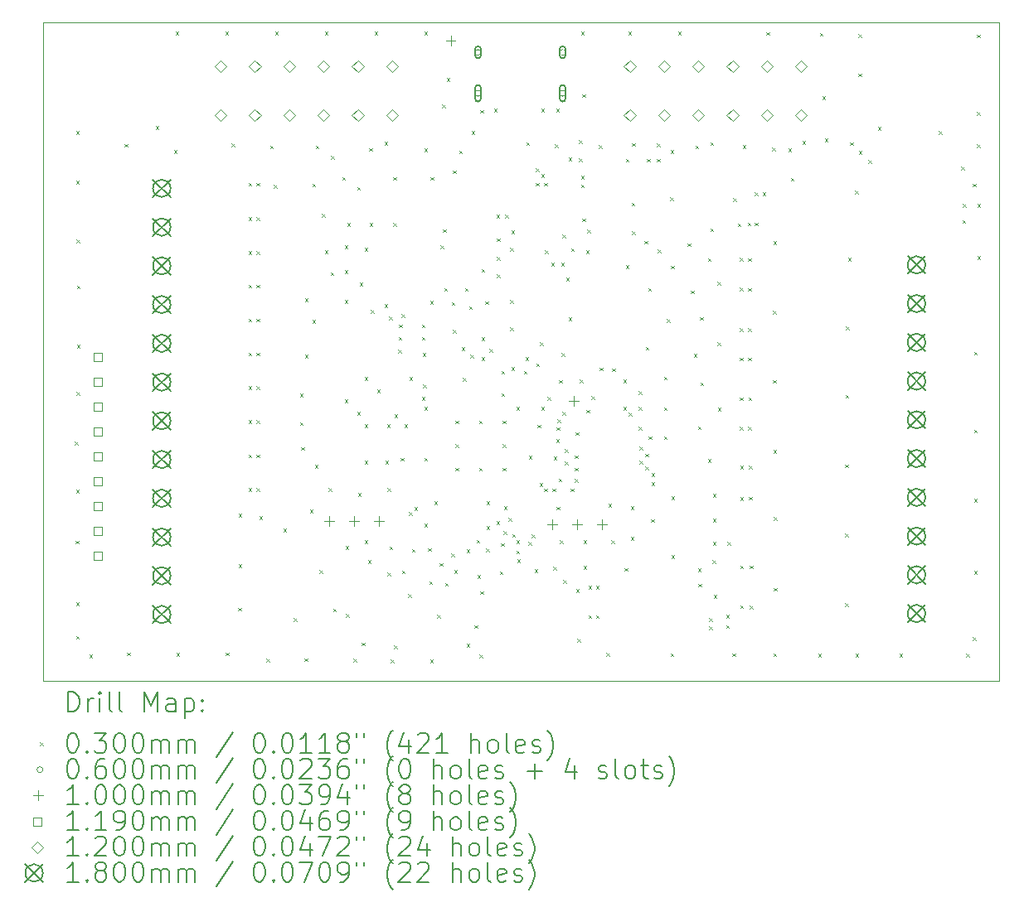
<source format=gbr>
%TF.GenerationSoftware,KiCad,Pcbnew,6.0.11+dfsg-1~bpo11+1*%
%TF.CreationDate,2023-10-22T15:16:14+02:00*%
%TF.ProjectId,Out_8x10,4f75745f-3878-4313-902e-6b696361645f,0.2.0*%
%TF.SameCoordinates,Original*%
%TF.FileFunction,Drillmap*%
%TF.FilePolarity,Positive*%
%FSLAX45Y45*%
G04 Gerber Fmt 4.5, Leading zero omitted, Abs format (unit mm)*
G04 Created by KiCad (PCBNEW 6.0.11+dfsg-1~bpo11+1) date 2023-10-22 15:16:14*
%MOMM*%
%LPD*%
G01*
G04 APERTURE LIST*
%ADD10C,0.100000*%
%ADD11C,0.200000*%
%ADD12C,0.030000*%
%ADD13C,0.060000*%
%ADD14C,0.119000*%
%ADD15C,0.120000*%
%ADD16C,0.180000*%
G04 APERTURE END LIST*
D10*
X10091400Y-4478000D02*
X19852640Y-4478000D01*
X19852640Y-4478000D02*
X19852640Y-11211560D01*
X19852640Y-11211560D02*
X10091400Y-11211560D01*
X10091400Y-11211560D02*
X10091400Y-4478000D01*
D11*
D12*
X10414240Y-8768320D02*
X10444240Y-8798320D01*
X10444240Y-8768320D02*
X10414240Y-8798320D01*
X10419320Y-9779240D02*
X10449320Y-9809240D01*
X10449320Y-9779240D02*
X10419320Y-9809240D01*
X10424400Y-9261080D02*
X10454400Y-9291080D01*
X10454400Y-9261080D02*
X10424400Y-9291080D01*
X10424400Y-10409160D02*
X10454400Y-10439160D01*
X10454400Y-10409160D02*
X10424400Y-10439160D01*
X10424400Y-10754600D02*
X10454400Y-10784600D01*
X10454400Y-10754600D02*
X10424400Y-10784600D01*
X10425000Y-5592200D02*
X10455000Y-5622200D01*
X10455000Y-5592200D02*
X10425000Y-5622200D01*
X10425000Y-6100200D02*
X10455000Y-6130200D01*
X10455000Y-6100200D02*
X10425000Y-6130200D01*
X10429480Y-6700760D02*
X10459480Y-6730760D01*
X10459480Y-6700760D02*
X10429480Y-6730760D01*
X10429480Y-8260320D02*
X10459480Y-8290320D01*
X10459480Y-8260320D02*
X10429480Y-8290320D01*
X10434560Y-7173200D02*
X10464560Y-7203200D01*
X10464560Y-7173200D02*
X10434560Y-7203200D01*
X10434560Y-7777720D02*
X10464560Y-7807720D01*
X10464560Y-7777720D02*
X10434560Y-7807720D01*
X10561560Y-10942560D02*
X10591560Y-10972560D01*
X10591560Y-10942560D02*
X10561560Y-10972560D01*
X10922240Y-5725400D02*
X10952240Y-5755400D01*
X10952240Y-5725400D02*
X10922240Y-5755400D01*
X10947640Y-10922240D02*
X10977640Y-10952240D01*
X10977640Y-10922240D02*
X10947640Y-10952240D01*
X11237200Y-5542520D02*
X11267200Y-5572520D01*
X11267200Y-5542520D02*
X11237200Y-5572520D01*
X11425160Y-5786360D02*
X11455160Y-5816360D01*
X11455160Y-5786360D02*
X11425160Y-5816360D01*
X11441000Y-4576200D02*
X11471000Y-4606200D01*
X11471000Y-4576200D02*
X11441000Y-4606200D01*
X11450560Y-10927320D02*
X11480560Y-10957320D01*
X11480560Y-10927320D02*
X11450560Y-10957320D01*
X11949000Y-4576200D02*
X11979000Y-4606200D01*
X11979000Y-4576200D02*
X11949000Y-4606200D01*
X11953480Y-10922240D02*
X11983480Y-10952240D01*
X11983480Y-10922240D02*
X11953480Y-10952240D01*
X12012500Y-5719200D02*
X12042500Y-5749200D01*
X12042500Y-5719200D02*
X12012500Y-5749200D01*
X12080480Y-10465040D02*
X12110480Y-10495040D01*
X12110480Y-10465040D02*
X12080480Y-10495040D01*
X12085560Y-9504920D02*
X12115560Y-9534920D01*
X12115560Y-9504920D02*
X12085560Y-9534920D01*
X12085560Y-10023080D02*
X12115560Y-10053080D01*
X12115560Y-10023080D02*
X12085560Y-10053080D01*
X12184620Y-6474700D02*
X12214620Y-6504700D01*
X12214620Y-6474700D02*
X12184620Y-6504700D01*
X12184620Y-6820140D02*
X12214620Y-6850140D01*
X12214620Y-6820140D02*
X12184620Y-6850140D01*
X12184620Y-7163040D02*
X12214620Y-7193040D01*
X12214620Y-7163040D02*
X12184620Y-7193040D01*
X12184620Y-7511020D02*
X12214620Y-7541020D01*
X12214620Y-7511020D02*
X12184620Y-7541020D01*
X12184620Y-7857480D02*
X12214620Y-7887480D01*
X12214620Y-7857480D02*
X12184620Y-7887480D01*
X12184620Y-9243300D02*
X12214620Y-9273300D01*
X12214620Y-9243300D02*
X12184620Y-9273300D01*
X12184850Y-8202920D02*
X12214850Y-8232920D01*
X12214850Y-8202920D02*
X12184850Y-8232920D01*
X12184850Y-8548360D02*
X12214850Y-8578360D01*
X12214850Y-8548360D02*
X12184850Y-8578360D01*
X12184850Y-8898880D02*
X12214850Y-8928880D01*
X12214850Y-8898880D02*
X12184850Y-8928880D01*
X12187160Y-6121640D02*
X12217160Y-6151640D01*
X12217160Y-6121640D02*
X12187160Y-6151640D01*
X12265900Y-6474700D02*
X12295900Y-6504700D01*
X12295900Y-6474700D02*
X12265900Y-6504700D01*
X12265900Y-6820140D02*
X12295900Y-6850140D01*
X12295900Y-6820140D02*
X12265900Y-6850140D01*
X12265900Y-7163040D02*
X12295900Y-7193040D01*
X12295900Y-7163040D02*
X12265900Y-7193040D01*
X12265900Y-7511020D02*
X12295900Y-7541020D01*
X12295900Y-7511020D02*
X12265900Y-7541020D01*
X12265900Y-7857480D02*
X12295900Y-7887480D01*
X12295900Y-7857480D02*
X12265900Y-7887480D01*
X12265900Y-9243300D02*
X12295900Y-9273300D01*
X12295900Y-9243300D02*
X12265900Y-9273300D01*
X12266130Y-8202920D02*
X12296130Y-8232920D01*
X12296130Y-8202920D02*
X12266130Y-8232920D01*
X12266130Y-8548360D02*
X12296130Y-8578360D01*
X12296130Y-8548360D02*
X12266130Y-8578360D01*
X12266130Y-8898880D02*
X12296130Y-8928880D01*
X12296130Y-8898880D02*
X12266130Y-8928880D01*
X12268440Y-6121640D02*
X12298440Y-6151640D01*
X12298440Y-6121640D02*
X12268440Y-6151640D01*
X12296380Y-9531840D02*
X12326380Y-9561840D01*
X12326380Y-9531840D02*
X12296380Y-9561840D01*
X12370040Y-10988280D02*
X12400040Y-11018280D01*
X12400040Y-10988280D02*
X12370040Y-11018280D01*
X12405600Y-5740640D02*
X12435600Y-5770640D01*
X12435600Y-5740640D02*
X12405600Y-5770640D01*
X12446240Y-6141960D02*
X12476240Y-6171960D01*
X12476240Y-6141960D02*
X12446240Y-6171960D01*
X12457000Y-4576200D02*
X12487000Y-4606200D01*
X12487000Y-4576200D02*
X12457000Y-4606200D01*
X12542760Y-9657320D02*
X12572760Y-9687320D01*
X12572760Y-9657320D02*
X12542760Y-9687320D01*
X12649440Y-10571720D02*
X12679440Y-10601720D01*
X12679440Y-10571720D02*
X12649440Y-10601720D01*
X12710400Y-8278100D02*
X12740400Y-8308100D01*
X12740400Y-8278100D02*
X12710400Y-8308100D01*
X12710400Y-8570200D02*
X12740400Y-8600200D01*
X12740400Y-8570200D02*
X12710400Y-8600200D01*
X12723100Y-8824200D02*
X12753100Y-8854200D01*
X12753100Y-8824200D02*
X12723100Y-8854200D01*
X12756120Y-10983200D02*
X12786120Y-11013200D01*
X12786120Y-10983200D02*
X12756120Y-11013200D01*
X12761200Y-7305280D02*
X12791200Y-7335280D01*
X12791200Y-7305280D02*
X12761200Y-7335280D01*
X12761200Y-7878200D02*
X12791200Y-7908200D01*
X12791200Y-7878200D02*
X12761200Y-7908200D01*
X12812000Y-9464280D02*
X12842000Y-9494280D01*
X12842000Y-9464280D02*
X12812000Y-9494280D01*
X12837400Y-6131800D02*
X12867400Y-6161800D01*
X12867400Y-6131800D02*
X12837400Y-6161800D01*
X12838000Y-7522600D02*
X12868000Y-7552600D01*
X12868000Y-7522600D02*
X12838000Y-7552600D01*
X12862800Y-9007080D02*
X12892800Y-9037080D01*
X12892800Y-9007080D02*
X12862800Y-9037080D01*
X12872960Y-5740640D02*
X12902960Y-5770640D01*
X12902960Y-5740640D02*
X12872960Y-5770640D01*
X12908520Y-10078960D02*
X12938520Y-10108960D01*
X12938520Y-10078960D02*
X12908520Y-10108960D01*
X12933920Y-6441680D02*
X12963920Y-6471680D01*
X12963920Y-6441680D02*
X12933920Y-6471680D01*
X12965000Y-4576200D02*
X12995000Y-4606200D01*
X12995000Y-4576200D02*
X12965000Y-4606200D01*
X12965000Y-6811400D02*
X12995000Y-6841400D01*
X12995000Y-6811400D02*
X12965000Y-6841400D01*
X13002500Y-9243300D02*
X13032500Y-9273300D01*
X13032500Y-9243300D02*
X13002500Y-9273300D01*
X13025360Y-7036040D02*
X13055360Y-7066040D01*
X13055360Y-7036040D02*
X13025360Y-7066040D01*
X13028500Y-5846200D02*
X13058500Y-5876200D01*
X13058500Y-5846200D02*
X13028500Y-5876200D01*
X13050760Y-10475200D02*
X13080760Y-10505200D01*
X13080760Y-10475200D02*
X13050760Y-10505200D01*
X13142800Y-6062100D02*
X13172800Y-6092100D01*
X13172800Y-6062100D02*
X13142800Y-6092100D01*
X13168200Y-6760600D02*
X13198200Y-6790600D01*
X13198200Y-6760600D02*
X13168200Y-6790600D01*
X13168200Y-7014600D02*
X13198200Y-7044600D01*
X13198200Y-7014600D02*
X13168200Y-7044600D01*
X13168200Y-7319400D02*
X13198200Y-7349400D01*
X13198200Y-7319400D02*
X13168200Y-7349400D01*
X13168200Y-8335400D02*
X13198200Y-8365400D01*
X13198200Y-8335400D02*
X13168200Y-8365400D01*
X13177760Y-9835120D02*
X13207760Y-9865120D01*
X13207760Y-9835120D02*
X13177760Y-9865120D01*
X13182840Y-10531080D02*
X13212840Y-10561080D01*
X13212840Y-10531080D02*
X13182840Y-10561080D01*
X13193600Y-6532000D02*
X13223600Y-6562000D01*
X13223600Y-6532000D02*
X13193600Y-6562000D01*
X13259040Y-10988280D02*
X13289040Y-11018280D01*
X13289040Y-10988280D02*
X13259040Y-11018280D01*
X13295200Y-6163700D02*
X13325200Y-6193700D01*
X13325200Y-6163700D02*
X13295200Y-6193700D01*
X13295200Y-8462400D02*
X13325200Y-8492400D01*
X13325200Y-8462400D02*
X13295200Y-8492400D01*
X13304760Y-9291560D02*
X13334760Y-9321560D01*
X13334760Y-9291560D02*
X13304760Y-9321560D01*
X13320600Y-7141600D02*
X13350600Y-7171600D01*
X13350600Y-7141600D02*
X13320600Y-7171600D01*
X13340320Y-10820640D02*
X13370320Y-10850640D01*
X13370320Y-10820640D02*
X13340320Y-10850640D01*
X13370800Y-8963900D02*
X13400800Y-8993900D01*
X13400800Y-8963900D02*
X13370800Y-8993900D01*
X13370800Y-9774160D02*
X13400800Y-9804160D01*
X13400800Y-9774160D02*
X13370800Y-9804160D01*
X13371400Y-6786000D02*
X13401400Y-6816000D01*
X13401400Y-6786000D02*
X13371400Y-6816000D01*
X13371400Y-8106800D02*
X13401400Y-8136800D01*
X13401400Y-8106800D02*
X13371400Y-8136800D01*
X13371400Y-8589400D02*
X13401400Y-8619400D01*
X13401400Y-8589400D02*
X13371400Y-8619400D01*
X13406360Y-9977360D02*
X13436360Y-10007360D01*
X13436360Y-9977360D02*
X13406360Y-10007360D01*
X13416520Y-5766040D02*
X13446520Y-5796040D01*
X13446520Y-5766040D02*
X13416520Y-5796040D01*
X13422200Y-6532000D02*
X13452200Y-6562000D01*
X13452200Y-6532000D02*
X13422200Y-6562000D01*
X13434900Y-7421000D02*
X13464900Y-7451000D01*
X13464900Y-7421000D02*
X13434900Y-7451000D01*
X13473000Y-4576200D02*
X13503000Y-4606200D01*
X13503000Y-4576200D02*
X13473000Y-4606200D01*
X13498400Y-8233800D02*
X13528400Y-8263800D01*
X13528400Y-8233800D02*
X13498400Y-8263800D01*
X13574000Y-5705080D02*
X13604000Y-5735080D01*
X13604000Y-5705080D02*
X13574000Y-5735080D01*
X13574000Y-7361160D02*
X13604000Y-7391160D01*
X13604000Y-7361160D02*
X13574000Y-7391160D01*
X13584160Y-8961360D02*
X13614160Y-8991360D01*
X13614160Y-8961360D02*
X13584160Y-8991360D01*
X13600000Y-8589400D02*
X13630000Y-8619400D01*
X13630000Y-8589400D02*
X13600000Y-8619400D01*
X13604480Y-9240760D02*
X13634480Y-9270760D01*
X13634480Y-9240760D02*
X13604480Y-9270760D01*
X13604480Y-10104360D02*
X13634480Y-10134360D01*
X13634480Y-10104360D02*
X13604480Y-10134360D01*
X13619720Y-7488160D02*
X13649720Y-7518160D01*
X13649720Y-7488160D02*
X13619720Y-7518160D01*
X13624800Y-9840200D02*
X13654800Y-9870200D01*
X13654800Y-9840200D02*
X13624800Y-9870200D01*
X13640040Y-10993360D02*
X13670040Y-11023360D01*
X13670040Y-10993360D02*
X13640040Y-11023360D01*
X13663500Y-6062100D02*
X13693500Y-6092100D01*
X13693500Y-6062100D02*
X13663500Y-6092100D01*
X13663500Y-6532000D02*
X13693500Y-6562000D01*
X13693500Y-6532000D02*
X13663500Y-6562000D01*
X13670520Y-10851120D02*
X13700520Y-10881120D01*
X13700520Y-10851120D02*
X13670520Y-10881120D01*
X13676200Y-8487800D02*
X13706200Y-8517800D01*
X13706200Y-8487800D02*
X13676200Y-8517800D01*
X13714300Y-7827400D02*
X13744300Y-7857400D01*
X13744300Y-7827400D02*
X13714300Y-7857400D01*
X13717400Y-7697300D02*
X13747400Y-7727300D01*
X13747400Y-7697300D02*
X13717400Y-7727300D01*
X13723900Y-7570300D02*
X13753900Y-7600300D01*
X13753900Y-7570300D02*
X13723900Y-7600300D01*
X13739700Y-8932300D02*
X13769700Y-8962300D01*
X13769700Y-8932300D02*
X13739700Y-8962300D01*
X13746720Y-7462760D02*
X13776720Y-7492760D01*
X13776720Y-7462760D02*
X13746720Y-7492760D01*
X13751800Y-10084040D02*
X13781800Y-10114040D01*
X13781800Y-10084040D02*
X13751800Y-10114040D01*
X13777800Y-8589400D02*
X13807800Y-8619400D01*
X13807800Y-8589400D02*
X13777800Y-8619400D01*
X13817840Y-10327880D02*
X13847840Y-10357880D01*
X13847840Y-10327880D02*
X13817840Y-10357880D01*
X13822920Y-9489680D02*
X13852920Y-9519680D01*
X13852920Y-9489680D02*
X13822920Y-9519680D01*
X13828600Y-8106800D02*
X13858600Y-8136800D01*
X13858600Y-8106800D02*
X13828600Y-8136800D01*
X13853400Y-9865600D02*
X13883400Y-9895600D01*
X13883400Y-9865600D02*
X13853400Y-9895600D01*
X13878800Y-9438880D02*
X13908800Y-9468880D01*
X13908800Y-9438880D02*
X13878800Y-9468880D01*
X13955600Y-7570300D02*
X13985600Y-7600300D01*
X13985600Y-7570300D02*
X13955600Y-7600300D01*
X13955600Y-7697300D02*
X13985600Y-7727300D01*
X13985600Y-7697300D02*
X13955600Y-7727300D01*
X13955600Y-8310000D02*
X13985600Y-8340000D01*
X13985600Y-8310000D02*
X13955600Y-8340000D01*
X13965900Y-7863100D02*
X13995900Y-7893100D01*
X13995900Y-7863100D02*
X13965900Y-7893100D01*
X13968300Y-8183000D02*
X13998300Y-8213000D01*
X13998300Y-8183000D02*
X13968300Y-8213000D01*
X13981000Y-4576200D02*
X14011000Y-4606200D01*
X14011000Y-4576200D02*
X13981000Y-4606200D01*
X13981000Y-5770000D02*
X14011000Y-5800000D01*
X14011000Y-5770000D02*
X13981000Y-5800000D01*
X13981000Y-8411600D02*
X14011000Y-8441600D01*
X14011000Y-8411600D02*
X13981000Y-8441600D01*
X13981000Y-8932300D02*
X14011000Y-8962300D01*
X14011000Y-8932300D02*
X13981000Y-8962300D01*
X13981000Y-9605400D02*
X14011000Y-9635400D01*
X14011000Y-9605400D02*
X13981000Y-9635400D01*
X14021040Y-9855440D02*
X14051040Y-9885440D01*
X14051040Y-9855440D02*
X14021040Y-9885440D01*
X14031200Y-10195800D02*
X14061200Y-10225800D01*
X14061200Y-10195800D02*
X14031200Y-10225800D01*
X14041360Y-7330680D02*
X14071360Y-7360680D01*
X14071360Y-7330680D02*
X14041360Y-7360680D01*
X14041360Y-10993360D02*
X14071360Y-11023360D01*
X14071360Y-10993360D02*
X14041360Y-11023360D01*
X14044500Y-6062100D02*
X14074500Y-6092100D01*
X14074500Y-6062100D02*
X14044500Y-6092100D01*
X14082600Y-9376800D02*
X14112600Y-9406800D01*
X14112600Y-9376800D02*
X14082600Y-9406800D01*
X14112480Y-10536160D02*
X14142480Y-10566160D01*
X14142480Y-10536160D02*
X14112480Y-10566160D01*
X14137880Y-10007840D02*
X14167880Y-10037840D01*
X14167880Y-10007840D02*
X14137880Y-10037840D01*
X14146100Y-6760600D02*
X14176100Y-6790600D01*
X14176100Y-6760600D02*
X14146100Y-6790600D01*
X14163280Y-5324080D02*
X14193280Y-5354080D01*
X14193280Y-5324080D02*
X14163280Y-5354080D01*
X14171500Y-6595500D02*
X14201500Y-6625500D01*
X14201500Y-6595500D02*
X14171500Y-6625500D01*
X14183600Y-7198600D02*
X14213600Y-7228600D01*
X14213600Y-7198600D02*
X14183600Y-7228600D01*
X14193760Y-10211040D02*
X14223760Y-10241040D01*
X14223760Y-10211040D02*
X14193760Y-10241040D01*
X14209000Y-5049760D02*
X14239000Y-5079760D01*
X14239000Y-5049760D02*
X14209000Y-5079760D01*
X14254720Y-9911320D02*
X14284720Y-9941320D01*
X14284720Y-9911320D02*
X14254720Y-9941320D01*
X14259800Y-7340840D02*
X14289800Y-7370840D01*
X14289800Y-7340840D02*
X14259800Y-7370840D01*
X14273100Y-7624200D02*
X14303100Y-7654200D01*
X14303100Y-7624200D02*
X14273100Y-7654200D01*
X14275040Y-5994640D02*
X14305040Y-6024640D01*
X14305040Y-5994640D02*
X14275040Y-6024640D01*
X14285200Y-10078960D02*
X14315200Y-10108960D01*
X14315200Y-10078960D02*
X14285200Y-10108960D01*
X14298500Y-8551300D02*
X14328500Y-8581300D01*
X14328500Y-8551300D02*
X14298500Y-8581300D01*
X14298500Y-8792600D02*
X14328500Y-8822600D01*
X14328500Y-8792600D02*
X14298500Y-8822600D01*
X14298500Y-9033900D02*
X14328500Y-9063900D01*
X14328500Y-9033900D02*
X14298500Y-9063900D01*
X14336000Y-5791440D02*
X14366000Y-5821440D01*
X14366000Y-5791440D02*
X14336000Y-5821440D01*
X14362000Y-7802000D02*
X14392000Y-7832000D01*
X14392000Y-7802000D02*
X14362000Y-7832000D01*
X14376450Y-8117750D02*
X14406450Y-8147750D01*
X14406450Y-8117750D02*
X14376450Y-8147750D01*
X14396960Y-7198600D02*
X14426960Y-7228600D01*
X14426960Y-7198600D02*
X14396960Y-7228600D01*
X14412200Y-9870680D02*
X14442200Y-9900680D01*
X14442200Y-9870680D02*
X14412200Y-9900680D01*
X14412200Y-10835880D02*
X14442200Y-10865880D01*
X14442200Y-10835880D02*
X14412200Y-10865880D01*
X14437600Y-7382900D02*
X14467600Y-7412900D01*
X14467600Y-7382900D02*
X14437600Y-7412900D01*
X14450900Y-7878200D02*
X14480900Y-7908200D01*
X14480900Y-7878200D02*
X14450900Y-7908200D01*
X14463600Y-5592200D02*
X14493600Y-5622200D01*
X14493600Y-5592200D02*
X14463600Y-5622200D01*
X14493480Y-10642840D02*
X14523480Y-10672840D01*
X14523480Y-10642840D02*
X14493480Y-10672840D01*
X14514400Y-9770500D02*
X14544400Y-9800500D01*
X14544400Y-9770500D02*
X14514400Y-9800500D01*
X14523960Y-10129760D02*
X14553960Y-10159760D01*
X14553960Y-10129760D02*
X14523960Y-10159760D01*
X14539800Y-8551300D02*
X14569800Y-8581300D01*
X14569800Y-8551300D02*
X14539800Y-8581300D01*
X14539800Y-9033900D02*
X14569800Y-9063900D01*
X14569800Y-9033900D02*
X14539800Y-9063900D01*
X14544280Y-10942560D02*
X14574280Y-10972560D01*
X14574280Y-10942560D02*
X14544280Y-10972560D01*
X14553300Y-5377100D02*
X14583300Y-5407100D01*
X14583300Y-5377100D02*
X14553300Y-5407100D01*
X14554440Y-10297400D02*
X14584440Y-10327400D01*
X14584440Y-10297400D02*
X14554440Y-10327400D01*
X14565200Y-7001900D02*
X14595200Y-7031900D01*
X14595200Y-7001900D02*
X14565200Y-7031900D01*
X14565200Y-7700400D02*
X14595200Y-7730400D01*
X14595200Y-7700400D02*
X14565200Y-7730400D01*
X14565200Y-7903600D02*
X14595200Y-7933600D01*
X14595200Y-7903600D02*
X14565200Y-7933600D01*
X14603300Y-7332100D02*
X14633300Y-7362100D01*
X14633300Y-7332100D02*
X14603300Y-7362100D01*
X14610320Y-9860520D02*
X14640320Y-9890520D01*
X14640320Y-9860520D02*
X14610320Y-9890520D01*
X14616000Y-9376800D02*
X14646000Y-9406800D01*
X14646000Y-9376800D02*
X14616000Y-9406800D01*
X14616000Y-9630800D02*
X14646000Y-9660800D01*
X14646000Y-9630800D02*
X14616000Y-9660800D01*
X14647750Y-7821050D02*
X14677750Y-7851050D01*
X14677750Y-7821050D02*
X14647750Y-7851050D01*
X14692200Y-5363600D02*
X14722200Y-5393600D01*
X14722200Y-5363600D02*
X14692200Y-5393600D01*
X14717000Y-6449300D02*
X14747000Y-6479300D01*
X14747000Y-6449300D02*
X14717000Y-6479300D01*
X14717600Y-9580000D02*
X14747600Y-9610000D01*
X14747600Y-9580000D02*
X14717600Y-9610000D01*
X14723950Y-6690750D02*
X14753950Y-6720750D01*
X14753950Y-6690750D02*
X14723950Y-6720750D01*
X14723950Y-6881250D02*
X14753950Y-6911250D01*
X14753950Y-6881250D02*
X14723950Y-6911250D01*
X14723950Y-7059050D02*
X14753950Y-7089050D01*
X14753950Y-7059050D02*
X14723950Y-7089050D01*
X14752560Y-10094200D02*
X14782560Y-10124200D01*
X14782560Y-10094200D02*
X14752560Y-10124200D01*
X14762720Y-9804640D02*
X14792720Y-9834640D01*
X14792720Y-9804640D02*
X14762720Y-9834640D01*
X14767400Y-8272900D02*
X14797400Y-8302900D01*
X14797400Y-8272900D02*
X14767400Y-8302900D01*
X14768400Y-8043300D02*
X14798400Y-8073300D01*
X14798400Y-8043300D02*
X14768400Y-8073300D01*
X14781100Y-8551300D02*
X14811100Y-8581300D01*
X14811100Y-8551300D02*
X14781100Y-8581300D01*
X14781100Y-8792600D02*
X14811100Y-8822600D01*
X14811100Y-8792600D02*
X14781100Y-8822600D01*
X14781100Y-9033900D02*
X14811100Y-9063900D01*
X14811100Y-9033900D02*
X14781100Y-9063900D01*
X14788120Y-9682720D02*
X14818120Y-9712720D01*
X14818120Y-9682720D02*
X14788120Y-9712720D01*
X14793800Y-9427600D02*
X14823800Y-9457600D01*
X14823800Y-9427600D02*
X14793800Y-9457600D01*
X14805900Y-6449300D02*
X14835900Y-6479300D01*
X14835900Y-6449300D02*
X14805900Y-6479300D01*
X14838920Y-9545560D02*
X14868920Y-9575560D01*
X14868920Y-9545560D02*
X14838920Y-9575560D01*
X14857300Y-6786000D02*
X14887300Y-6816000D01*
X14887300Y-6786000D02*
X14857300Y-6816000D01*
X14857300Y-7319400D02*
X14887300Y-7349400D01*
X14887300Y-7319400D02*
X14857300Y-7349400D01*
X14857300Y-7598800D02*
X14887300Y-7628800D01*
X14887300Y-7598800D02*
X14857300Y-7628800D01*
X14870000Y-6608200D02*
X14900000Y-6638200D01*
X14900000Y-6608200D02*
X14870000Y-6638200D01*
X14870000Y-8005200D02*
X14900000Y-8035200D01*
X14900000Y-8005200D02*
X14870000Y-8035200D01*
X14879560Y-9713200D02*
X14909560Y-9743200D01*
X14909560Y-9713200D02*
X14879560Y-9743200D01*
X14920200Y-9774160D02*
X14950200Y-9804160D01*
X14950200Y-9774160D02*
X14920200Y-9804160D01*
X14920200Y-9880840D02*
X14950200Y-9910840D01*
X14950200Y-9880840D02*
X14920200Y-9910840D01*
X14920800Y-8411600D02*
X14950800Y-8441600D01*
X14950800Y-8411600D02*
X14920800Y-8441600D01*
X14930360Y-9972280D02*
X14960360Y-10002280D01*
X14960360Y-9972280D02*
X14930360Y-10002280D01*
X14997000Y-8043300D02*
X15027000Y-8073300D01*
X15027000Y-8043300D02*
X14997000Y-8073300D01*
X15015000Y-7905000D02*
X15045000Y-7935000D01*
X15045000Y-7905000D02*
X15015000Y-7935000D01*
X15022400Y-5706500D02*
X15052400Y-5736500D01*
X15052400Y-5706500D02*
X15022400Y-5736500D01*
X15042120Y-9794480D02*
X15072120Y-9824480D01*
X15072120Y-9794480D02*
X15042120Y-9824480D01*
X15047800Y-8911500D02*
X15077800Y-8941500D01*
X15077800Y-8911500D02*
X15047800Y-8941500D01*
X15078024Y-9717936D02*
X15108024Y-9747936D01*
X15108024Y-9717936D02*
X15078024Y-9747936D01*
X15108160Y-10073880D02*
X15138160Y-10103880D01*
X15138160Y-10073880D02*
X15108160Y-10103880D01*
X15118320Y-5974320D02*
X15148320Y-6004320D01*
X15148320Y-5974320D02*
X15118320Y-6004320D01*
X15118320Y-6121640D02*
X15148320Y-6151640D01*
X15148320Y-6121640D02*
X15118320Y-6151640D01*
X15124000Y-7967100D02*
X15154000Y-7997100D01*
X15154000Y-7967100D02*
X15124000Y-7997100D01*
X15138640Y-8593577D02*
X15168640Y-8623577D01*
X15168640Y-8593577D02*
X15138640Y-8623577D01*
X15158960Y-9189960D02*
X15188960Y-9219960D01*
X15188960Y-9189960D02*
X15158960Y-9219960D01*
X15162100Y-7751200D02*
X15192100Y-7781200D01*
X15192100Y-7751200D02*
X15162100Y-7781200D01*
X15174200Y-6035280D02*
X15204200Y-6065280D01*
X15204200Y-6035280D02*
X15174200Y-6065280D01*
X15174800Y-5363600D02*
X15204800Y-5393600D01*
X15204800Y-5363600D02*
X15174800Y-5393600D01*
X15175320Y-8411600D02*
X15205320Y-8441600D01*
X15205320Y-8411600D02*
X15175320Y-8441600D01*
X15204680Y-6121640D02*
X15234680Y-6151640D01*
X15234680Y-6121640D02*
X15204680Y-6151640D01*
X15206249Y-9247661D02*
X15236249Y-9277661D01*
X15236249Y-9247661D02*
X15206249Y-9277661D01*
X15212900Y-6811400D02*
X15242900Y-6841400D01*
X15242900Y-6811400D02*
X15212900Y-6841400D01*
X15238300Y-8310000D02*
X15268300Y-8340000D01*
X15268300Y-8310000D02*
X15238300Y-8340000D01*
X15276400Y-6938400D02*
X15306400Y-6968400D01*
X15306400Y-6938400D02*
X15276400Y-6968400D01*
X15291040Y-9245840D02*
X15321040Y-9275840D01*
X15321040Y-9245840D02*
X15291040Y-9275840D01*
X15296120Y-10048480D02*
X15326120Y-10078480D01*
X15326120Y-10048480D02*
X15296120Y-10078480D01*
X15301800Y-8919600D02*
X15331800Y-8949600D01*
X15331800Y-8919600D02*
X15301800Y-8949600D01*
X15316440Y-5730480D02*
X15346440Y-5760480D01*
X15346440Y-5730480D02*
X15316440Y-5760480D01*
X15327200Y-5363600D02*
X15357200Y-5393600D01*
X15357200Y-5363600D02*
X15327200Y-5393600D01*
X15327200Y-8741800D02*
X15357200Y-8771800D01*
X15357200Y-8741800D02*
X15327200Y-8771800D01*
X15329273Y-8619035D02*
X15359273Y-8649035D01*
X15359273Y-8619035D02*
X15329273Y-8649035D01*
X15331680Y-9433800D02*
X15361680Y-9463800D01*
X15361680Y-9433800D02*
X15331680Y-9463800D01*
X15339900Y-8538600D02*
X15369900Y-8568600D01*
X15369900Y-8538600D02*
X15339900Y-8568600D01*
X15352000Y-9144240D02*
X15382000Y-9174240D01*
X15382000Y-9144240D02*
X15352000Y-9174240D01*
X15357080Y-8138400D02*
X15387080Y-8168400D01*
X15387080Y-8138400D02*
X15357080Y-8168400D01*
X15367240Y-9774160D02*
X15397240Y-9804160D01*
X15397240Y-9774160D02*
X15367240Y-9804160D01*
X15378000Y-6938400D02*
X15408000Y-6968400D01*
X15408000Y-6938400D02*
X15378000Y-6968400D01*
X15382480Y-7864080D02*
X15412480Y-7894080D01*
X15412480Y-7864080D02*
X15382480Y-7894080D01*
X15390100Y-6652500D02*
X15420100Y-6682500D01*
X15420100Y-6652500D02*
X15390100Y-6682500D01*
X15392640Y-8463520D02*
X15422640Y-8493520D01*
X15422640Y-8463520D02*
X15392640Y-8493520D01*
X15397720Y-10180560D02*
X15427720Y-10210560D01*
X15427720Y-10180560D02*
X15397720Y-10210560D01*
X15416100Y-8843400D02*
X15446100Y-8873400D01*
X15446100Y-8843400D02*
X15416100Y-8873400D01*
X15416100Y-8970400D02*
X15446100Y-9000400D01*
X15446100Y-8970400D02*
X15416100Y-9000400D01*
X15428800Y-7090800D02*
X15458800Y-7120800D01*
X15458800Y-7090800D02*
X15428800Y-7120800D01*
X15453600Y-5862560D02*
X15483600Y-5892560D01*
X15483600Y-5862560D02*
X15453600Y-5892560D01*
X15454200Y-7497200D02*
X15484200Y-7527200D01*
X15484200Y-7497200D02*
X15454200Y-7527200D01*
X15473920Y-9245840D02*
X15503920Y-9275840D01*
X15503920Y-9245840D02*
X15473920Y-9275840D01*
X15479000Y-6792200D02*
X15509000Y-6822200D01*
X15509000Y-6792200D02*
X15479000Y-6822200D01*
X15517700Y-8906900D02*
X15547700Y-8936900D01*
X15547700Y-8906900D02*
X15517700Y-8936900D01*
X15517700Y-9033900D02*
X15547700Y-9063900D01*
X15547700Y-9033900D02*
X15517700Y-9063900D01*
X15517700Y-9148200D02*
X15547700Y-9178200D01*
X15547700Y-9148200D02*
X15517700Y-9178200D01*
X15524720Y-8671800D02*
X15554720Y-8701800D01*
X15554720Y-8671800D02*
X15524720Y-8701800D01*
X15529800Y-10277080D02*
X15559800Y-10307080D01*
X15559800Y-10277080D02*
X15529800Y-10307080D01*
X15545040Y-10785080D02*
X15575040Y-10815080D01*
X15575040Y-10785080D02*
X15545040Y-10815080D01*
X15560280Y-5684760D02*
X15590280Y-5714760D01*
X15590280Y-5684760D02*
X15560280Y-5714760D01*
X15561400Y-5871600D02*
X15591400Y-5901600D01*
X15591400Y-5871600D02*
X15561400Y-5901600D01*
X15566480Y-8132200D02*
X15596480Y-8162200D01*
X15596480Y-8132200D02*
X15566480Y-8162200D01*
X15580900Y-6049700D02*
X15610900Y-6079700D01*
X15610900Y-6049700D02*
X15580900Y-6079700D01*
X15580900Y-6138600D02*
X15610900Y-6168600D01*
X15610900Y-6138600D02*
X15580900Y-6168600D01*
X15581200Y-4576200D02*
X15611200Y-4606200D01*
X15611200Y-4576200D02*
X15581200Y-4606200D01*
X15593300Y-6487400D02*
X15623300Y-6517400D01*
X15623300Y-6487400D02*
X15593300Y-6517400D01*
X15595840Y-5217400D02*
X15625840Y-5247400D01*
X15625840Y-5217400D02*
X15595840Y-5247400D01*
X15606000Y-9774160D02*
X15636000Y-9804160D01*
X15636000Y-9774160D02*
X15606000Y-9804160D01*
X15606000Y-10038320D02*
X15636000Y-10068320D01*
X15636000Y-10038320D02*
X15606000Y-10068320D01*
X15631700Y-6811900D02*
X15661700Y-6841900D01*
X15661700Y-6811900D02*
X15631700Y-6841900D01*
X15636480Y-8443200D02*
X15666480Y-8473200D01*
X15666480Y-8443200D02*
X15636480Y-8473200D01*
X15644100Y-6601700D02*
X15674100Y-6631700D01*
X15674100Y-6601700D02*
X15644100Y-6631700D01*
X15656800Y-10241520D02*
X15686800Y-10271520D01*
X15686800Y-10241520D02*
X15656800Y-10271520D01*
X15656800Y-10541240D02*
X15686800Y-10571240D01*
X15686800Y-10541240D02*
X15656800Y-10571240D01*
X15687280Y-8300960D02*
X15717280Y-8330960D01*
X15717280Y-8300960D02*
X15687280Y-8330960D01*
X15733000Y-10241520D02*
X15763000Y-10271520D01*
X15763000Y-10241520D02*
X15733000Y-10271520D01*
X15733000Y-10541240D02*
X15763000Y-10571240D01*
X15763000Y-10541240D02*
X15733000Y-10571240D01*
X15763480Y-5735560D02*
X15793480Y-5765560D01*
X15793480Y-5735560D02*
X15763480Y-5765560D01*
X15773640Y-8011400D02*
X15803640Y-8041400D01*
X15803640Y-8011400D02*
X15773640Y-8041400D01*
X15839680Y-10927320D02*
X15869680Y-10957320D01*
X15869680Y-10927320D02*
X15839680Y-10957320D01*
X15860600Y-9402200D02*
X15890600Y-9432200D01*
X15890600Y-9402200D02*
X15860600Y-9432200D01*
X15890480Y-9774160D02*
X15920480Y-9804160D01*
X15920480Y-9774160D02*
X15890480Y-9804160D01*
X15898700Y-8017900D02*
X15928700Y-8047900D01*
X15928700Y-8017900D02*
X15898700Y-8047900D01*
X16013000Y-8132200D02*
X16043000Y-8162200D01*
X16043000Y-8132200D02*
X16013000Y-8162200D01*
X16013000Y-8411600D02*
X16043000Y-8441600D01*
X16043000Y-8411600D02*
X16013000Y-8441600D01*
X16027640Y-10058640D02*
X16057640Y-10088640D01*
X16057640Y-10058640D02*
X16027640Y-10088640D01*
X16037800Y-5877800D02*
X16067800Y-5907800D01*
X16067800Y-5877800D02*
X16037800Y-5907800D01*
X16037800Y-6964920D02*
X16067800Y-6994920D01*
X16067800Y-6964920D02*
X16037800Y-6994920D01*
X16063200Y-4576200D02*
X16093200Y-4606200D01*
X16093200Y-4576200D02*
X16063200Y-4606200D01*
X16069847Y-8470013D02*
X16099847Y-8500013D01*
X16099847Y-8470013D02*
X16069847Y-8500013D01*
X16088600Y-9743680D02*
X16118600Y-9773680D01*
X16118600Y-9743680D02*
X16088600Y-9773680D01*
X16089200Y-9427600D02*
X16119200Y-9457600D01*
X16119200Y-9427600D02*
X16089200Y-9457600D01*
X16098760Y-6324840D02*
X16128760Y-6354840D01*
X16128760Y-6324840D02*
X16098760Y-6354840D01*
X16103840Y-5715240D02*
X16133840Y-5745240D01*
X16133840Y-5715240D02*
X16103840Y-5745240D01*
X16103840Y-6619480D02*
X16133840Y-6649480D01*
X16133840Y-6619480D02*
X16103840Y-6649480D01*
X16169880Y-8250160D02*
X16199880Y-8280160D01*
X16199880Y-8250160D02*
X16169880Y-8280160D01*
X16169880Y-8412720D02*
X16199880Y-8442720D01*
X16199880Y-8412720D02*
X16169880Y-8442720D01*
X16169880Y-8615920D02*
X16199880Y-8645920D01*
X16199880Y-8615920D02*
X16169880Y-8645920D01*
X16180040Y-8819120D02*
X16210040Y-8849120D01*
X16210040Y-8819120D02*
X16180040Y-8849120D01*
X16180040Y-8961360D02*
X16210040Y-8991360D01*
X16210040Y-8961360D02*
X16180040Y-8991360D01*
X16230840Y-6716000D02*
X16260840Y-6746000D01*
X16260840Y-6716000D02*
X16230840Y-6746000D01*
X16235920Y-8890240D02*
X16265920Y-8920240D01*
X16265920Y-8890240D02*
X16235920Y-8920240D01*
X16235920Y-9022320D02*
X16265920Y-9052320D01*
X16265920Y-9022320D02*
X16235920Y-9052320D01*
X16241000Y-7798040D02*
X16271000Y-7828040D01*
X16271000Y-7798040D02*
X16241000Y-7828040D01*
X16253700Y-5877800D02*
X16283700Y-5907800D01*
X16283700Y-5877800D02*
X16253700Y-5907800D01*
X16266400Y-7198600D02*
X16296400Y-7228600D01*
X16296400Y-7198600D02*
X16266400Y-7228600D01*
X16271480Y-8712440D02*
X16301480Y-8742440D01*
X16301480Y-8712440D02*
X16271480Y-8742440D01*
X16296880Y-9560800D02*
X16326880Y-9590800D01*
X16326880Y-9560800D02*
X16296880Y-9590800D01*
X16301960Y-9088360D02*
X16331960Y-9118360D01*
X16331960Y-9088360D02*
X16301960Y-9118360D01*
X16301960Y-9184880D02*
X16331960Y-9214880D01*
X16331960Y-9184880D02*
X16301960Y-9214880D01*
X16355300Y-5877800D02*
X16385300Y-5907800D01*
X16385300Y-5877800D02*
X16355300Y-5907800D01*
X16357840Y-5720320D02*
X16387840Y-5750320D01*
X16387840Y-5720320D02*
X16357840Y-5750320D01*
X16362920Y-6802360D02*
X16392920Y-6832360D01*
X16392920Y-6802360D02*
X16362920Y-6832360D01*
X16428960Y-8102840D02*
X16458960Y-8132840D01*
X16458960Y-8102840D02*
X16428960Y-8132840D01*
X16428960Y-8417800D02*
X16458960Y-8447800D01*
X16458960Y-8417800D02*
X16428960Y-8447800D01*
X16428960Y-8712440D02*
X16458960Y-8742440D01*
X16458960Y-8712440D02*
X16428960Y-8742440D01*
X16459440Y-7513560D02*
X16489440Y-7543560D01*
X16489440Y-7513560D02*
X16459440Y-7543560D01*
X16489920Y-6268960D02*
X16519920Y-6298960D01*
X16519920Y-6268960D02*
X16489920Y-6298960D01*
X16495000Y-5788900D02*
X16525000Y-5818900D01*
X16525000Y-5788900D02*
X16495000Y-5818900D01*
X16495000Y-10932400D02*
X16525000Y-10962400D01*
X16525000Y-10932400D02*
X16495000Y-10962400D01*
X16500080Y-6970000D02*
X16530080Y-7000000D01*
X16530080Y-6970000D02*
X16500080Y-7000000D01*
X16505160Y-9327120D02*
X16535160Y-9357120D01*
X16535160Y-9327120D02*
X16505160Y-9357120D01*
X16505160Y-9926560D02*
X16535160Y-9956560D01*
X16535160Y-9926560D02*
X16505160Y-9956560D01*
X16571200Y-4576200D02*
X16601200Y-4606200D01*
X16601200Y-4576200D02*
X16571200Y-4606200D01*
X16667720Y-6741400D02*
X16697720Y-6771400D01*
X16697720Y-6741400D02*
X16667720Y-6771400D01*
X16703280Y-7224000D02*
X16733280Y-7254000D01*
X16733280Y-7224000D02*
X16703280Y-7254000D01*
X16733760Y-7869160D02*
X16763760Y-7899160D01*
X16763760Y-7869160D02*
X16733760Y-7899160D01*
X16749000Y-5740640D02*
X16779000Y-5770640D01*
X16779000Y-5740640D02*
X16749000Y-5770640D01*
X16774400Y-8610840D02*
X16804400Y-8640840D01*
X16804400Y-8610840D02*
X16774400Y-8640840D01*
X16774400Y-10063720D02*
X16804400Y-10093720D01*
X16804400Y-10063720D02*
X16774400Y-10093720D01*
X16779480Y-10221200D02*
X16809480Y-10251200D01*
X16809480Y-10221200D02*
X16779480Y-10251200D01*
X16794720Y-7493240D02*
X16824720Y-7523240D01*
X16824720Y-7493240D02*
X16794720Y-7523240D01*
X16799800Y-8163800D02*
X16829800Y-8193800D01*
X16829800Y-8163800D02*
X16799800Y-8193800D01*
X16876000Y-6893800D02*
X16906000Y-6923800D01*
X16906000Y-6893800D02*
X16876000Y-6923800D01*
X16876000Y-8946120D02*
X16906000Y-8976120D01*
X16906000Y-8946120D02*
X16876000Y-8976120D01*
X16891240Y-10571720D02*
X16921240Y-10601720D01*
X16921240Y-10571720D02*
X16891240Y-10601720D01*
X16891240Y-10658080D02*
X16921240Y-10688080D01*
X16921240Y-10658080D02*
X16891240Y-10688080D01*
X16901400Y-6589000D02*
X16931400Y-6619000D01*
X16931400Y-6589000D02*
X16901400Y-6619000D01*
X16902000Y-5706500D02*
X16932000Y-5736500D01*
X16932000Y-5706500D02*
X16902000Y-5736500D01*
X16921720Y-9977360D02*
X16951720Y-10007360D01*
X16951720Y-9977360D02*
X16921720Y-10007360D01*
X16926800Y-9301720D02*
X16956800Y-9331720D01*
X16956800Y-9301720D02*
X16926800Y-9331720D01*
X16926800Y-9555720D02*
X16956800Y-9585720D01*
X16956800Y-9555720D02*
X16926800Y-9585720D01*
X16926800Y-9794480D02*
X16956800Y-9824480D01*
X16956800Y-9794480D02*
X16926800Y-9824480D01*
X16936960Y-10332960D02*
X16966960Y-10362960D01*
X16966960Y-10332960D02*
X16936960Y-10362960D01*
X16972520Y-7132560D02*
X17002520Y-7162560D01*
X17002520Y-7132560D02*
X16972520Y-7162560D01*
X16972520Y-7752320D02*
X17002520Y-7782320D01*
X17002520Y-7752320D02*
X16972520Y-7782320D01*
X16977600Y-8422880D02*
X17007600Y-8452880D01*
X17007600Y-8422880D02*
X16977600Y-8452880D01*
X17063960Y-10536160D02*
X17093960Y-10566160D01*
X17093960Y-10536160D02*
X17063960Y-10566160D01*
X17063960Y-10642840D02*
X17093960Y-10672840D01*
X17093960Y-10642840D02*
X17063960Y-10672840D01*
X17074120Y-9794480D02*
X17104120Y-9824480D01*
X17104120Y-9794480D02*
X17074120Y-9824480D01*
X17124920Y-10932400D02*
X17154920Y-10962400D01*
X17154920Y-10932400D02*
X17124920Y-10962400D01*
X17135080Y-6279120D02*
X17165080Y-6309120D01*
X17165080Y-6279120D02*
X17135080Y-6309120D01*
X17180800Y-6538200D02*
X17210800Y-6568200D01*
X17210800Y-6538200D02*
X17180800Y-6568200D01*
X17201120Y-6888720D02*
X17231120Y-6918720D01*
X17231120Y-6888720D02*
X17201120Y-6918720D01*
X17201120Y-7193520D02*
X17231120Y-7223520D01*
X17231120Y-7193520D02*
X17201120Y-7223520D01*
X17201120Y-7610080D02*
X17231120Y-7640080D01*
X17231120Y-7610080D02*
X17201120Y-7640080D01*
X17201120Y-7909800D02*
X17231120Y-7939800D01*
X17231120Y-7909800D02*
X17201120Y-7939800D01*
X17201120Y-8316200D02*
X17231120Y-8346200D01*
X17231120Y-8316200D02*
X17201120Y-8346200D01*
X17201120Y-8615920D02*
X17231120Y-8645920D01*
X17231120Y-8615920D02*
X17201120Y-8645920D01*
X17206200Y-9012160D02*
X17236200Y-9042160D01*
X17236200Y-9012160D02*
X17206200Y-9042160D01*
X17206200Y-9337280D02*
X17236200Y-9367280D01*
X17236200Y-9337280D02*
X17206200Y-9367280D01*
X17206200Y-10033240D02*
X17236200Y-10063240D01*
X17236200Y-10033240D02*
X17206200Y-10063240D01*
X17206200Y-10439640D02*
X17236200Y-10469640D01*
X17236200Y-10439640D02*
X17206200Y-10469640D01*
X17231600Y-5735560D02*
X17261600Y-5765560D01*
X17261600Y-5735560D02*
X17231600Y-5765560D01*
X17282400Y-6528040D02*
X17312400Y-6558040D01*
X17312400Y-6528040D02*
X17282400Y-6558040D01*
X17287480Y-6893800D02*
X17317480Y-6923800D01*
X17317480Y-6893800D02*
X17287480Y-6923800D01*
X17287480Y-7198600D02*
X17317480Y-7228600D01*
X17317480Y-7198600D02*
X17287480Y-7228600D01*
X17287480Y-7610080D02*
X17317480Y-7640080D01*
X17317480Y-7610080D02*
X17287480Y-7640080D01*
X17287480Y-7909800D02*
X17317480Y-7939800D01*
X17317480Y-7909800D02*
X17287480Y-7939800D01*
X17287480Y-8615920D02*
X17317480Y-8645920D01*
X17317480Y-8615920D02*
X17287480Y-8645920D01*
X17292560Y-8316200D02*
X17322560Y-8346200D01*
X17322560Y-8316200D02*
X17292560Y-8346200D01*
X17297640Y-9012160D02*
X17327640Y-9042160D01*
X17327640Y-9012160D02*
X17297640Y-9042160D01*
X17297640Y-9332200D02*
X17327640Y-9362200D01*
X17327640Y-9332200D02*
X17297640Y-9362200D01*
X17302720Y-10033240D02*
X17332720Y-10063240D01*
X17332720Y-10033240D02*
X17302720Y-10063240D01*
X17302720Y-10444720D02*
X17332720Y-10474720D01*
X17332720Y-10444720D02*
X17302720Y-10474720D01*
X17353520Y-6218160D02*
X17383520Y-6248160D01*
X17383520Y-6218160D02*
X17353520Y-6248160D01*
X17353520Y-6528040D02*
X17383520Y-6558040D01*
X17383520Y-6528040D02*
X17353520Y-6558040D01*
X17434800Y-6218160D02*
X17464800Y-6248160D01*
X17464800Y-6218160D02*
X17434800Y-6248160D01*
X17475440Y-4582400D02*
X17505440Y-4612400D01*
X17505440Y-4582400D02*
X17475440Y-4612400D01*
X17531320Y-5760960D02*
X17561320Y-5790960D01*
X17561320Y-5760960D02*
X17531320Y-5790960D01*
X17541480Y-7432280D02*
X17571480Y-7462280D01*
X17571480Y-7432280D02*
X17541480Y-7462280D01*
X17541480Y-8138400D02*
X17571480Y-8168400D01*
X17571480Y-8138400D02*
X17541480Y-8168400D01*
X17546560Y-6721080D02*
X17576560Y-6751080D01*
X17576560Y-6721080D02*
X17546560Y-6751080D01*
X17546560Y-8854680D02*
X17576560Y-8884680D01*
X17576560Y-8854680D02*
X17546560Y-8884680D01*
X17546560Y-10932400D02*
X17576560Y-10962400D01*
X17576560Y-10932400D02*
X17546560Y-10962400D01*
X17549100Y-9539200D02*
X17579100Y-9569200D01*
X17579100Y-9539200D02*
X17549100Y-9569200D01*
X17549100Y-10264380D02*
X17579100Y-10294380D01*
X17579100Y-10264380D02*
X17549100Y-10294380D01*
X17698960Y-5771120D02*
X17728960Y-5801120D01*
X17728960Y-5771120D02*
X17698960Y-5801120D01*
X17724360Y-6070840D02*
X17754360Y-6100840D01*
X17754360Y-6070840D02*
X17724360Y-6100840D01*
X17841800Y-5693800D02*
X17871800Y-5723800D01*
X17871800Y-5693800D02*
X17841800Y-5723800D01*
X18003760Y-10937480D02*
X18033760Y-10967480D01*
X18033760Y-10937480D02*
X18003760Y-10967480D01*
X18019000Y-4588900D02*
X18049000Y-4618900D01*
X18049000Y-4588900D02*
X18019000Y-4618900D01*
X18044400Y-5236600D02*
X18074400Y-5266600D01*
X18074400Y-5236600D02*
X18044400Y-5266600D01*
X18070400Y-5668400D02*
X18100400Y-5698400D01*
X18100400Y-5668400D02*
X18070400Y-5698400D01*
X18278080Y-9002000D02*
X18308080Y-9032000D01*
X18308080Y-9002000D02*
X18278080Y-9032000D01*
X18278080Y-9708120D02*
X18308080Y-9738120D01*
X18308080Y-9708120D02*
X18278080Y-9738120D01*
X18278080Y-10419320D02*
X18308080Y-10449320D01*
X18308080Y-10419320D02*
X18278080Y-10449320D01*
X18283160Y-8290800D02*
X18313160Y-8320800D01*
X18313160Y-8290800D02*
X18283160Y-8320800D01*
X18286720Y-7593320D02*
X18316720Y-7623320D01*
X18316720Y-7593320D02*
X18286720Y-7623320D01*
X18308560Y-6888720D02*
X18338560Y-6918720D01*
X18338560Y-6888720D02*
X18308560Y-6918720D01*
X18330150Y-5706350D02*
X18360150Y-5736350D01*
X18360150Y-5706350D02*
X18330150Y-5736350D01*
X18379680Y-6202920D02*
X18409680Y-6232920D01*
X18409680Y-6202920D02*
X18379680Y-6232920D01*
X18384760Y-10937480D02*
X18414760Y-10967480D01*
X18414760Y-10937480D02*
X18384760Y-10967480D01*
X18415240Y-4602720D02*
X18445240Y-4632720D01*
X18445240Y-4602720D02*
X18415240Y-4632720D01*
X18415240Y-5004040D02*
X18445240Y-5034040D01*
X18445240Y-5004040D02*
X18415240Y-5034040D01*
X18419050Y-5795250D02*
X18449050Y-5825250D01*
X18449050Y-5795250D02*
X18419050Y-5825250D01*
X18514300Y-5890500D02*
X18544300Y-5920500D01*
X18544300Y-5890500D02*
X18514300Y-5920500D01*
X18613360Y-5552680D02*
X18643360Y-5582680D01*
X18643360Y-5552680D02*
X18613360Y-5582680D01*
X18831800Y-10937480D02*
X18861800Y-10967480D01*
X18861800Y-10937480D02*
X18831800Y-10967480D01*
X19233120Y-5593320D02*
X19263120Y-5623320D01*
X19263120Y-5593320D02*
X19233120Y-5623320D01*
X19461720Y-5959080D02*
X19491720Y-5989080D01*
X19491720Y-5959080D02*
X19461720Y-5989080D01*
X19476960Y-6502640D02*
X19506960Y-6532640D01*
X19506960Y-6502640D02*
X19476960Y-6532640D01*
X19482040Y-6340080D02*
X19512040Y-6370080D01*
X19512040Y-6340080D02*
X19482040Y-6370080D01*
X19512520Y-10937480D02*
X19542520Y-10967480D01*
X19542520Y-10937480D02*
X19512520Y-10967480D01*
X19583640Y-6131800D02*
X19613640Y-6161800D01*
X19613640Y-6131800D02*
X19583640Y-6161800D01*
X19583640Y-10764760D02*
X19613640Y-10794760D01*
X19613640Y-10764760D02*
X19583640Y-10794760D01*
X19593800Y-7848840D02*
X19623800Y-7878840D01*
X19623800Y-7848840D02*
X19593800Y-7878840D01*
X19593800Y-8646400D02*
X19623800Y-8676400D01*
X19623800Y-8646400D02*
X19593800Y-8676400D01*
X19593800Y-9352520D02*
X19623800Y-9382520D01*
X19623800Y-9352520D02*
X19593800Y-9382520D01*
X19593800Y-10089120D02*
X19623800Y-10119120D01*
X19623800Y-10089120D02*
X19593800Y-10119120D01*
X19624280Y-4607800D02*
X19654280Y-4637800D01*
X19654280Y-4607800D02*
X19624280Y-4637800D01*
X19624280Y-5400280D02*
X19654280Y-5430280D01*
X19654280Y-5400280D02*
X19624280Y-5430280D01*
X19624280Y-5730480D02*
X19654280Y-5760480D01*
X19654280Y-5730480D02*
X19624280Y-5760480D01*
X19629360Y-6340080D02*
X19659360Y-6370080D01*
X19659360Y-6340080D02*
X19629360Y-6370080D01*
X19629360Y-6873480D02*
X19659360Y-6903480D01*
X19659360Y-6873480D02*
X19629360Y-6903480D01*
D13*
X14559200Y-4788500D02*
G75*
G03*
X14559200Y-4788500I-30000J0D01*
G01*
D11*
X14559200Y-4818500D02*
X14559200Y-4758500D01*
X14499200Y-4818500D02*
X14499200Y-4758500D01*
X14559200Y-4758500D02*
G75*
G03*
X14499200Y-4758500I-30000J0D01*
G01*
X14499200Y-4818500D02*
G75*
G03*
X14559200Y-4818500I30000J0D01*
G01*
D13*
X14559200Y-5206500D02*
G75*
G03*
X14559200Y-5206500I-30000J0D01*
G01*
D11*
X14559200Y-5261500D02*
X14559200Y-5151500D01*
X14499200Y-5261500D02*
X14499200Y-5151500D01*
X14559200Y-5151500D02*
G75*
G03*
X14499200Y-5151500I-30000J0D01*
G01*
X14499200Y-5261500D02*
G75*
G03*
X14559200Y-5261500I30000J0D01*
G01*
D13*
X15423200Y-4788500D02*
G75*
G03*
X15423200Y-4788500I-30000J0D01*
G01*
D11*
X15423200Y-4818500D02*
X15423200Y-4758500D01*
X15363200Y-4818500D02*
X15363200Y-4758500D01*
X15423200Y-4758500D02*
G75*
G03*
X15363200Y-4758500I-30000J0D01*
G01*
X15363200Y-4818500D02*
G75*
G03*
X15423200Y-4818500I30000J0D01*
G01*
D13*
X15423200Y-5206500D02*
G75*
G03*
X15423200Y-5206500I-30000J0D01*
G01*
D11*
X15423200Y-5261500D02*
X15423200Y-5151500D01*
X15363200Y-5261500D02*
X15363200Y-5151500D01*
X15423200Y-5151500D02*
G75*
G03*
X15363200Y-5151500I-30000J0D01*
G01*
X15363200Y-5261500D02*
G75*
G03*
X15423200Y-5261500I30000J0D01*
G01*
D10*
X13009880Y-9530880D02*
X13009880Y-9630880D01*
X12959880Y-9580880D02*
X13059880Y-9580880D01*
X13263880Y-9530880D02*
X13263880Y-9630880D01*
X13213880Y-9580880D02*
X13313880Y-9580880D01*
X13517880Y-9530880D02*
X13517880Y-9630880D01*
X13467880Y-9580880D02*
X13567880Y-9580880D01*
X14250000Y-4617400D02*
X14250000Y-4717400D01*
X14200000Y-4667400D02*
X14300000Y-4667400D01*
X15285720Y-9561360D02*
X15285720Y-9661360D01*
X15235720Y-9611360D02*
X15335720Y-9611360D01*
X15507300Y-8300400D02*
X15507300Y-8400400D01*
X15457300Y-8350400D02*
X15557300Y-8350400D01*
X15539720Y-9561360D02*
X15539720Y-9661360D01*
X15489720Y-9611360D02*
X15589720Y-9611360D01*
X15793720Y-9561360D02*
X15793720Y-9661360D01*
X15743720Y-9611360D02*
X15843720Y-9611360D01*
D14*
X10686673Y-7941473D02*
X10686673Y-7857327D01*
X10602527Y-7857327D01*
X10602527Y-7941473D01*
X10686673Y-7941473D01*
X10686673Y-8195473D02*
X10686673Y-8111327D01*
X10602527Y-8111327D01*
X10602527Y-8195473D01*
X10686673Y-8195473D01*
X10686673Y-8449473D02*
X10686673Y-8365327D01*
X10602527Y-8365327D01*
X10602527Y-8449473D01*
X10686673Y-8449473D01*
X10686673Y-8703473D02*
X10686673Y-8619327D01*
X10602527Y-8619327D01*
X10602527Y-8703473D01*
X10686673Y-8703473D01*
X10686673Y-8957473D02*
X10686673Y-8873327D01*
X10602527Y-8873327D01*
X10602527Y-8957473D01*
X10686673Y-8957473D01*
X10686673Y-9211473D02*
X10686673Y-9127327D01*
X10602527Y-9127327D01*
X10602527Y-9211473D01*
X10686673Y-9211473D01*
X10686673Y-9465473D02*
X10686673Y-9381327D01*
X10602527Y-9381327D01*
X10602527Y-9465473D01*
X10686673Y-9465473D01*
X10686673Y-9719473D02*
X10686673Y-9635327D01*
X10602527Y-9635327D01*
X10602527Y-9719473D01*
X10686673Y-9719473D01*
X10686673Y-9973473D02*
X10686673Y-9889327D01*
X10602527Y-9889327D01*
X10602527Y-9973473D01*
X10686673Y-9973473D01*
D15*
X11901800Y-4988000D02*
X11961800Y-4928000D01*
X11901800Y-4868000D01*
X11841800Y-4928000D01*
X11901800Y-4988000D01*
X11901800Y-5488000D02*
X11961800Y-5428000D01*
X11901800Y-5368000D01*
X11841800Y-5428000D01*
X11901800Y-5488000D01*
X12251800Y-4988000D02*
X12311800Y-4928000D01*
X12251800Y-4868000D01*
X12191800Y-4928000D01*
X12251800Y-4988000D01*
X12251800Y-5488000D02*
X12311800Y-5428000D01*
X12251800Y-5368000D01*
X12191800Y-5428000D01*
X12251800Y-5488000D01*
X12601800Y-4988000D02*
X12661800Y-4928000D01*
X12601800Y-4868000D01*
X12541800Y-4928000D01*
X12601800Y-4988000D01*
X12601800Y-5488000D02*
X12661800Y-5428000D01*
X12601800Y-5368000D01*
X12541800Y-5428000D01*
X12601800Y-5488000D01*
X12951800Y-4988000D02*
X13011800Y-4928000D01*
X12951800Y-4868000D01*
X12891800Y-4928000D01*
X12951800Y-4988000D01*
X12951800Y-5488000D02*
X13011800Y-5428000D01*
X12951800Y-5368000D01*
X12891800Y-5428000D01*
X12951800Y-5488000D01*
X13301800Y-4988000D02*
X13361800Y-4928000D01*
X13301800Y-4868000D01*
X13241800Y-4928000D01*
X13301800Y-4988000D01*
X13301800Y-5488000D02*
X13361800Y-5428000D01*
X13301800Y-5368000D01*
X13241800Y-5428000D01*
X13301800Y-5488000D01*
X13651800Y-4988000D02*
X13711800Y-4928000D01*
X13651800Y-4868000D01*
X13591800Y-4928000D01*
X13651800Y-4988000D01*
X13651800Y-5488000D02*
X13711800Y-5428000D01*
X13651800Y-5368000D01*
X13591800Y-5428000D01*
X13651800Y-5488000D01*
X16079200Y-4988000D02*
X16139200Y-4928000D01*
X16079200Y-4868000D01*
X16019200Y-4928000D01*
X16079200Y-4988000D01*
X16079200Y-5488000D02*
X16139200Y-5428000D01*
X16079200Y-5368000D01*
X16019200Y-5428000D01*
X16079200Y-5488000D01*
X16429200Y-4988000D02*
X16489200Y-4928000D01*
X16429200Y-4868000D01*
X16369200Y-4928000D01*
X16429200Y-4988000D01*
X16429200Y-5488000D02*
X16489200Y-5428000D01*
X16429200Y-5368000D01*
X16369200Y-5428000D01*
X16429200Y-5488000D01*
X16779200Y-4988000D02*
X16839200Y-4928000D01*
X16779200Y-4868000D01*
X16719200Y-4928000D01*
X16779200Y-4988000D01*
X16779200Y-5488000D02*
X16839200Y-5428000D01*
X16779200Y-5368000D01*
X16719200Y-5428000D01*
X16779200Y-5488000D01*
X17129200Y-4988000D02*
X17189200Y-4928000D01*
X17129200Y-4868000D01*
X17069200Y-4928000D01*
X17129200Y-4988000D01*
X17129200Y-5488000D02*
X17189200Y-5428000D01*
X17129200Y-5368000D01*
X17069200Y-5428000D01*
X17129200Y-5488000D01*
X17479200Y-4988000D02*
X17539200Y-4928000D01*
X17479200Y-4868000D01*
X17419200Y-4928000D01*
X17479200Y-4988000D01*
X17479200Y-5488000D02*
X17539200Y-5428000D01*
X17479200Y-5368000D01*
X17419200Y-5428000D01*
X17479200Y-5488000D01*
X17829200Y-4988000D02*
X17889200Y-4928000D01*
X17829200Y-4868000D01*
X17769200Y-4928000D01*
X17829200Y-4988000D01*
X17829200Y-5488000D02*
X17889200Y-5428000D01*
X17829200Y-5368000D01*
X17769200Y-5428000D01*
X17829200Y-5488000D01*
D16*
X11210100Y-6088600D02*
X11390100Y-6268600D01*
X11390100Y-6088600D02*
X11210100Y-6268600D01*
X11390100Y-6178600D02*
G75*
G03*
X11390100Y-6178600I-90000J0D01*
G01*
X11210100Y-6484600D02*
X11390100Y-6664600D01*
X11390100Y-6484600D02*
X11210100Y-6664600D01*
X11390100Y-6574600D02*
G75*
G03*
X11390100Y-6574600I-90000J0D01*
G01*
X11210100Y-6880600D02*
X11390100Y-7060600D01*
X11390100Y-6880600D02*
X11210100Y-7060600D01*
X11390100Y-6970600D02*
G75*
G03*
X11390100Y-6970600I-90000J0D01*
G01*
X11210100Y-7276600D02*
X11390100Y-7456600D01*
X11390100Y-7276600D02*
X11210100Y-7456600D01*
X11390100Y-7366600D02*
G75*
G03*
X11390100Y-7366600I-90000J0D01*
G01*
X11210100Y-7672600D02*
X11390100Y-7852600D01*
X11390100Y-7672600D02*
X11210100Y-7852600D01*
X11390100Y-7762600D02*
G75*
G03*
X11390100Y-7762600I-90000J0D01*
G01*
X11210100Y-8068600D02*
X11390100Y-8248600D01*
X11390100Y-8068600D02*
X11210100Y-8248600D01*
X11390100Y-8158600D02*
G75*
G03*
X11390100Y-8158600I-90000J0D01*
G01*
X11210100Y-8464600D02*
X11390100Y-8644600D01*
X11390100Y-8464600D02*
X11210100Y-8644600D01*
X11390100Y-8554600D02*
G75*
G03*
X11390100Y-8554600I-90000J0D01*
G01*
X11210100Y-8860600D02*
X11390100Y-9040600D01*
X11390100Y-8860600D02*
X11210100Y-9040600D01*
X11390100Y-8950600D02*
G75*
G03*
X11390100Y-8950600I-90000J0D01*
G01*
X11210100Y-9256600D02*
X11390100Y-9436600D01*
X11390100Y-9256600D02*
X11210100Y-9436600D01*
X11390100Y-9346600D02*
G75*
G03*
X11390100Y-9346600I-90000J0D01*
G01*
X11210100Y-9652600D02*
X11390100Y-9832600D01*
X11390100Y-9652600D02*
X11210100Y-9832600D01*
X11390100Y-9742600D02*
G75*
G03*
X11390100Y-9742600I-90000J0D01*
G01*
X11210100Y-10048600D02*
X11390100Y-10228600D01*
X11390100Y-10048600D02*
X11210100Y-10228600D01*
X11390100Y-10138600D02*
G75*
G03*
X11390100Y-10138600I-90000J0D01*
G01*
X11210100Y-10444600D02*
X11390100Y-10624600D01*
X11390100Y-10444600D02*
X11210100Y-10624600D01*
X11390100Y-10534600D02*
G75*
G03*
X11390100Y-10534600I-90000J0D01*
G01*
X18917180Y-6870680D02*
X19097180Y-7050680D01*
X19097180Y-6870680D02*
X18917180Y-7050680D01*
X19097180Y-6960680D02*
G75*
G03*
X19097180Y-6960680I-90000J0D01*
G01*
X18917180Y-7266680D02*
X19097180Y-7446680D01*
X19097180Y-7266680D02*
X18917180Y-7446680D01*
X19097180Y-7356680D02*
G75*
G03*
X19097180Y-7356680I-90000J0D01*
G01*
X18917180Y-7662680D02*
X19097180Y-7842680D01*
X19097180Y-7662680D02*
X18917180Y-7842680D01*
X19097180Y-7752680D02*
G75*
G03*
X19097180Y-7752680I-90000J0D01*
G01*
X18917180Y-8058680D02*
X19097180Y-8238680D01*
X19097180Y-8058680D02*
X18917180Y-8238680D01*
X19097180Y-8148680D02*
G75*
G03*
X19097180Y-8148680I-90000J0D01*
G01*
X18917180Y-8454680D02*
X19097180Y-8634680D01*
X19097180Y-8454680D02*
X18917180Y-8634680D01*
X19097180Y-8544680D02*
G75*
G03*
X19097180Y-8544680I-90000J0D01*
G01*
X18917180Y-8850680D02*
X19097180Y-9030680D01*
X19097180Y-8850680D02*
X18917180Y-9030680D01*
X19097180Y-8940680D02*
G75*
G03*
X19097180Y-8940680I-90000J0D01*
G01*
X18917180Y-9246680D02*
X19097180Y-9426680D01*
X19097180Y-9246680D02*
X18917180Y-9426680D01*
X19097180Y-9336680D02*
G75*
G03*
X19097180Y-9336680I-90000J0D01*
G01*
X18917180Y-9642680D02*
X19097180Y-9822680D01*
X19097180Y-9642680D02*
X18917180Y-9822680D01*
X19097180Y-9732680D02*
G75*
G03*
X19097180Y-9732680I-90000J0D01*
G01*
X18917180Y-10038680D02*
X19097180Y-10218680D01*
X19097180Y-10038680D02*
X18917180Y-10218680D01*
X19097180Y-10128680D02*
G75*
G03*
X19097180Y-10128680I-90000J0D01*
G01*
X18917180Y-10434680D02*
X19097180Y-10614680D01*
X19097180Y-10434680D02*
X18917180Y-10614680D01*
X19097180Y-10524680D02*
G75*
G03*
X19097180Y-10524680I-90000J0D01*
G01*
D11*
X10344019Y-11527036D02*
X10344019Y-11327036D01*
X10391638Y-11327036D01*
X10420210Y-11336560D01*
X10439257Y-11355608D01*
X10448781Y-11374655D01*
X10458305Y-11412750D01*
X10458305Y-11441322D01*
X10448781Y-11479417D01*
X10439257Y-11498465D01*
X10420210Y-11517512D01*
X10391638Y-11527036D01*
X10344019Y-11527036D01*
X10544019Y-11527036D02*
X10544019Y-11393703D01*
X10544019Y-11431798D02*
X10553543Y-11412750D01*
X10563067Y-11403227D01*
X10582114Y-11393703D01*
X10601162Y-11393703D01*
X10667829Y-11527036D02*
X10667829Y-11393703D01*
X10667829Y-11327036D02*
X10658305Y-11336560D01*
X10667829Y-11346084D01*
X10677352Y-11336560D01*
X10667829Y-11327036D01*
X10667829Y-11346084D01*
X10791638Y-11527036D02*
X10772590Y-11517512D01*
X10763067Y-11498465D01*
X10763067Y-11327036D01*
X10896400Y-11527036D02*
X10877352Y-11517512D01*
X10867829Y-11498465D01*
X10867829Y-11327036D01*
X11124971Y-11527036D02*
X11124971Y-11327036D01*
X11191638Y-11469893D01*
X11258305Y-11327036D01*
X11258305Y-11527036D01*
X11439257Y-11527036D02*
X11439257Y-11422274D01*
X11429733Y-11403227D01*
X11410686Y-11393703D01*
X11372590Y-11393703D01*
X11353543Y-11403227D01*
X11439257Y-11517512D02*
X11420209Y-11527036D01*
X11372590Y-11527036D01*
X11353543Y-11517512D01*
X11344019Y-11498465D01*
X11344019Y-11479417D01*
X11353543Y-11460369D01*
X11372590Y-11450846D01*
X11420209Y-11450846D01*
X11439257Y-11441322D01*
X11534495Y-11393703D02*
X11534495Y-11593703D01*
X11534495Y-11403227D02*
X11553543Y-11393703D01*
X11591638Y-11393703D01*
X11610686Y-11403227D01*
X11620209Y-11412750D01*
X11629733Y-11431798D01*
X11629733Y-11488941D01*
X11620209Y-11507988D01*
X11610686Y-11517512D01*
X11591638Y-11527036D01*
X11553543Y-11527036D01*
X11534495Y-11517512D01*
X11715448Y-11507988D02*
X11724971Y-11517512D01*
X11715448Y-11527036D01*
X11705924Y-11517512D01*
X11715448Y-11507988D01*
X11715448Y-11527036D01*
X11715448Y-11403227D02*
X11724971Y-11412750D01*
X11715448Y-11422274D01*
X11705924Y-11412750D01*
X11715448Y-11403227D01*
X11715448Y-11422274D01*
D12*
X10056400Y-11841560D02*
X10086400Y-11871560D01*
X10086400Y-11841560D02*
X10056400Y-11871560D01*
D11*
X10382114Y-11747036D02*
X10401162Y-11747036D01*
X10420210Y-11756560D01*
X10429733Y-11766084D01*
X10439257Y-11785131D01*
X10448781Y-11823227D01*
X10448781Y-11870846D01*
X10439257Y-11908941D01*
X10429733Y-11927988D01*
X10420210Y-11937512D01*
X10401162Y-11947036D01*
X10382114Y-11947036D01*
X10363067Y-11937512D01*
X10353543Y-11927988D01*
X10344019Y-11908941D01*
X10334495Y-11870846D01*
X10334495Y-11823227D01*
X10344019Y-11785131D01*
X10353543Y-11766084D01*
X10363067Y-11756560D01*
X10382114Y-11747036D01*
X10534495Y-11927988D02*
X10544019Y-11937512D01*
X10534495Y-11947036D01*
X10524971Y-11937512D01*
X10534495Y-11927988D01*
X10534495Y-11947036D01*
X10610686Y-11747036D02*
X10734495Y-11747036D01*
X10667829Y-11823227D01*
X10696400Y-11823227D01*
X10715448Y-11832750D01*
X10724971Y-11842274D01*
X10734495Y-11861322D01*
X10734495Y-11908941D01*
X10724971Y-11927988D01*
X10715448Y-11937512D01*
X10696400Y-11947036D01*
X10639257Y-11947036D01*
X10620210Y-11937512D01*
X10610686Y-11927988D01*
X10858305Y-11747036D02*
X10877352Y-11747036D01*
X10896400Y-11756560D01*
X10905924Y-11766084D01*
X10915448Y-11785131D01*
X10924971Y-11823227D01*
X10924971Y-11870846D01*
X10915448Y-11908941D01*
X10905924Y-11927988D01*
X10896400Y-11937512D01*
X10877352Y-11947036D01*
X10858305Y-11947036D01*
X10839257Y-11937512D01*
X10829733Y-11927988D01*
X10820210Y-11908941D01*
X10810686Y-11870846D01*
X10810686Y-11823227D01*
X10820210Y-11785131D01*
X10829733Y-11766084D01*
X10839257Y-11756560D01*
X10858305Y-11747036D01*
X11048781Y-11747036D02*
X11067829Y-11747036D01*
X11086876Y-11756560D01*
X11096400Y-11766084D01*
X11105924Y-11785131D01*
X11115448Y-11823227D01*
X11115448Y-11870846D01*
X11105924Y-11908941D01*
X11096400Y-11927988D01*
X11086876Y-11937512D01*
X11067829Y-11947036D01*
X11048781Y-11947036D01*
X11029733Y-11937512D01*
X11020210Y-11927988D01*
X11010686Y-11908941D01*
X11001162Y-11870846D01*
X11001162Y-11823227D01*
X11010686Y-11785131D01*
X11020210Y-11766084D01*
X11029733Y-11756560D01*
X11048781Y-11747036D01*
X11201162Y-11947036D02*
X11201162Y-11813703D01*
X11201162Y-11832750D02*
X11210686Y-11823227D01*
X11229733Y-11813703D01*
X11258305Y-11813703D01*
X11277352Y-11823227D01*
X11286876Y-11842274D01*
X11286876Y-11947036D01*
X11286876Y-11842274D02*
X11296400Y-11823227D01*
X11315448Y-11813703D01*
X11344019Y-11813703D01*
X11363067Y-11823227D01*
X11372590Y-11842274D01*
X11372590Y-11947036D01*
X11467828Y-11947036D02*
X11467828Y-11813703D01*
X11467828Y-11832750D02*
X11477352Y-11823227D01*
X11496400Y-11813703D01*
X11524971Y-11813703D01*
X11544019Y-11823227D01*
X11553543Y-11842274D01*
X11553543Y-11947036D01*
X11553543Y-11842274D02*
X11563067Y-11823227D01*
X11582114Y-11813703D01*
X11610686Y-11813703D01*
X11629733Y-11823227D01*
X11639257Y-11842274D01*
X11639257Y-11947036D01*
X12029733Y-11737512D02*
X11858305Y-11994655D01*
X12286876Y-11747036D02*
X12305924Y-11747036D01*
X12324971Y-11756560D01*
X12334495Y-11766084D01*
X12344019Y-11785131D01*
X12353543Y-11823227D01*
X12353543Y-11870846D01*
X12344019Y-11908941D01*
X12334495Y-11927988D01*
X12324971Y-11937512D01*
X12305924Y-11947036D01*
X12286876Y-11947036D01*
X12267828Y-11937512D01*
X12258305Y-11927988D01*
X12248781Y-11908941D01*
X12239257Y-11870846D01*
X12239257Y-11823227D01*
X12248781Y-11785131D01*
X12258305Y-11766084D01*
X12267828Y-11756560D01*
X12286876Y-11747036D01*
X12439257Y-11927988D02*
X12448781Y-11937512D01*
X12439257Y-11947036D01*
X12429733Y-11937512D01*
X12439257Y-11927988D01*
X12439257Y-11947036D01*
X12572590Y-11747036D02*
X12591638Y-11747036D01*
X12610686Y-11756560D01*
X12620209Y-11766084D01*
X12629733Y-11785131D01*
X12639257Y-11823227D01*
X12639257Y-11870846D01*
X12629733Y-11908941D01*
X12620209Y-11927988D01*
X12610686Y-11937512D01*
X12591638Y-11947036D01*
X12572590Y-11947036D01*
X12553543Y-11937512D01*
X12544019Y-11927988D01*
X12534495Y-11908941D01*
X12524971Y-11870846D01*
X12524971Y-11823227D01*
X12534495Y-11785131D01*
X12544019Y-11766084D01*
X12553543Y-11756560D01*
X12572590Y-11747036D01*
X12829733Y-11947036D02*
X12715448Y-11947036D01*
X12772590Y-11947036D02*
X12772590Y-11747036D01*
X12753543Y-11775608D01*
X12734495Y-11794655D01*
X12715448Y-11804179D01*
X13020209Y-11947036D02*
X12905924Y-11947036D01*
X12963067Y-11947036D02*
X12963067Y-11747036D01*
X12944019Y-11775608D01*
X12924971Y-11794655D01*
X12905924Y-11804179D01*
X13134495Y-11832750D02*
X13115448Y-11823227D01*
X13105924Y-11813703D01*
X13096400Y-11794655D01*
X13096400Y-11785131D01*
X13105924Y-11766084D01*
X13115448Y-11756560D01*
X13134495Y-11747036D01*
X13172590Y-11747036D01*
X13191638Y-11756560D01*
X13201162Y-11766084D01*
X13210686Y-11785131D01*
X13210686Y-11794655D01*
X13201162Y-11813703D01*
X13191638Y-11823227D01*
X13172590Y-11832750D01*
X13134495Y-11832750D01*
X13115448Y-11842274D01*
X13105924Y-11851798D01*
X13096400Y-11870846D01*
X13096400Y-11908941D01*
X13105924Y-11927988D01*
X13115448Y-11937512D01*
X13134495Y-11947036D01*
X13172590Y-11947036D01*
X13191638Y-11937512D01*
X13201162Y-11927988D01*
X13210686Y-11908941D01*
X13210686Y-11870846D01*
X13201162Y-11851798D01*
X13191638Y-11842274D01*
X13172590Y-11832750D01*
X13286876Y-11747036D02*
X13286876Y-11785131D01*
X13363067Y-11747036D02*
X13363067Y-11785131D01*
X13658305Y-12023227D02*
X13648781Y-12013703D01*
X13629733Y-11985131D01*
X13620209Y-11966084D01*
X13610686Y-11937512D01*
X13601162Y-11889893D01*
X13601162Y-11851798D01*
X13610686Y-11804179D01*
X13620209Y-11775608D01*
X13629733Y-11756560D01*
X13648781Y-11727988D01*
X13658305Y-11718465D01*
X13820209Y-11813703D02*
X13820209Y-11947036D01*
X13772590Y-11737512D02*
X13724971Y-11880369D01*
X13848781Y-11880369D01*
X13915448Y-11766084D02*
X13924971Y-11756560D01*
X13944019Y-11747036D01*
X13991638Y-11747036D01*
X14010686Y-11756560D01*
X14020209Y-11766084D01*
X14029733Y-11785131D01*
X14029733Y-11804179D01*
X14020209Y-11832750D01*
X13905924Y-11947036D01*
X14029733Y-11947036D01*
X14220209Y-11947036D02*
X14105924Y-11947036D01*
X14163067Y-11947036D02*
X14163067Y-11747036D01*
X14144019Y-11775608D01*
X14124971Y-11794655D01*
X14105924Y-11804179D01*
X14458305Y-11947036D02*
X14458305Y-11747036D01*
X14544019Y-11947036D02*
X14544019Y-11842274D01*
X14534495Y-11823227D01*
X14515448Y-11813703D01*
X14486876Y-11813703D01*
X14467828Y-11823227D01*
X14458305Y-11832750D01*
X14667828Y-11947036D02*
X14648781Y-11937512D01*
X14639257Y-11927988D01*
X14629733Y-11908941D01*
X14629733Y-11851798D01*
X14639257Y-11832750D01*
X14648781Y-11823227D01*
X14667828Y-11813703D01*
X14696400Y-11813703D01*
X14715448Y-11823227D01*
X14724971Y-11832750D01*
X14734495Y-11851798D01*
X14734495Y-11908941D01*
X14724971Y-11927988D01*
X14715448Y-11937512D01*
X14696400Y-11947036D01*
X14667828Y-11947036D01*
X14848781Y-11947036D02*
X14829733Y-11937512D01*
X14820209Y-11918465D01*
X14820209Y-11747036D01*
X15001162Y-11937512D02*
X14982114Y-11947036D01*
X14944019Y-11947036D01*
X14924971Y-11937512D01*
X14915448Y-11918465D01*
X14915448Y-11842274D01*
X14924971Y-11823227D01*
X14944019Y-11813703D01*
X14982114Y-11813703D01*
X15001162Y-11823227D01*
X15010686Y-11842274D01*
X15010686Y-11861322D01*
X14915448Y-11880369D01*
X15086876Y-11937512D02*
X15105924Y-11947036D01*
X15144019Y-11947036D01*
X15163067Y-11937512D01*
X15172590Y-11918465D01*
X15172590Y-11908941D01*
X15163067Y-11889893D01*
X15144019Y-11880369D01*
X15115448Y-11880369D01*
X15096400Y-11870846D01*
X15086876Y-11851798D01*
X15086876Y-11842274D01*
X15096400Y-11823227D01*
X15115448Y-11813703D01*
X15144019Y-11813703D01*
X15163067Y-11823227D01*
X15239257Y-12023227D02*
X15248781Y-12013703D01*
X15267828Y-11985131D01*
X15277352Y-11966084D01*
X15286876Y-11937512D01*
X15296400Y-11889893D01*
X15296400Y-11851798D01*
X15286876Y-11804179D01*
X15277352Y-11775608D01*
X15267828Y-11756560D01*
X15248781Y-11727988D01*
X15239257Y-11718465D01*
D13*
X10086400Y-12120560D02*
G75*
G03*
X10086400Y-12120560I-30000J0D01*
G01*
D11*
X10382114Y-12011036D02*
X10401162Y-12011036D01*
X10420210Y-12020560D01*
X10429733Y-12030084D01*
X10439257Y-12049131D01*
X10448781Y-12087227D01*
X10448781Y-12134846D01*
X10439257Y-12172941D01*
X10429733Y-12191988D01*
X10420210Y-12201512D01*
X10401162Y-12211036D01*
X10382114Y-12211036D01*
X10363067Y-12201512D01*
X10353543Y-12191988D01*
X10344019Y-12172941D01*
X10334495Y-12134846D01*
X10334495Y-12087227D01*
X10344019Y-12049131D01*
X10353543Y-12030084D01*
X10363067Y-12020560D01*
X10382114Y-12011036D01*
X10534495Y-12191988D02*
X10544019Y-12201512D01*
X10534495Y-12211036D01*
X10524971Y-12201512D01*
X10534495Y-12191988D01*
X10534495Y-12211036D01*
X10715448Y-12011036D02*
X10677352Y-12011036D01*
X10658305Y-12020560D01*
X10648781Y-12030084D01*
X10629733Y-12058655D01*
X10620210Y-12096750D01*
X10620210Y-12172941D01*
X10629733Y-12191988D01*
X10639257Y-12201512D01*
X10658305Y-12211036D01*
X10696400Y-12211036D01*
X10715448Y-12201512D01*
X10724971Y-12191988D01*
X10734495Y-12172941D01*
X10734495Y-12125322D01*
X10724971Y-12106274D01*
X10715448Y-12096750D01*
X10696400Y-12087227D01*
X10658305Y-12087227D01*
X10639257Y-12096750D01*
X10629733Y-12106274D01*
X10620210Y-12125322D01*
X10858305Y-12011036D02*
X10877352Y-12011036D01*
X10896400Y-12020560D01*
X10905924Y-12030084D01*
X10915448Y-12049131D01*
X10924971Y-12087227D01*
X10924971Y-12134846D01*
X10915448Y-12172941D01*
X10905924Y-12191988D01*
X10896400Y-12201512D01*
X10877352Y-12211036D01*
X10858305Y-12211036D01*
X10839257Y-12201512D01*
X10829733Y-12191988D01*
X10820210Y-12172941D01*
X10810686Y-12134846D01*
X10810686Y-12087227D01*
X10820210Y-12049131D01*
X10829733Y-12030084D01*
X10839257Y-12020560D01*
X10858305Y-12011036D01*
X11048781Y-12011036D02*
X11067829Y-12011036D01*
X11086876Y-12020560D01*
X11096400Y-12030084D01*
X11105924Y-12049131D01*
X11115448Y-12087227D01*
X11115448Y-12134846D01*
X11105924Y-12172941D01*
X11096400Y-12191988D01*
X11086876Y-12201512D01*
X11067829Y-12211036D01*
X11048781Y-12211036D01*
X11029733Y-12201512D01*
X11020210Y-12191988D01*
X11010686Y-12172941D01*
X11001162Y-12134846D01*
X11001162Y-12087227D01*
X11010686Y-12049131D01*
X11020210Y-12030084D01*
X11029733Y-12020560D01*
X11048781Y-12011036D01*
X11201162Y-12211036D02*
X11201162Y-12077703D01*
X11201162Y-12096750D02*
X11210686Y-12087227D01*
X11229733Y-12077703D01*
X11258305Y-12077703D01*
X11277352Y-12087227D01*
X11286876Y-12106274D01*
X11286876Y-12211036D01*
X11286876Y-12106274D02*
X11296400Y-12087227D01*
X11315448Y-12077703D01*
X11344019Y-12077703D01*
X11363067Y-12087227D01*
X11372590Y-12106274D01*
X11372590Y-12211036D01*
X11467828Y-12211036D02*
X11467828Y-12077703D01*
X11467828Y-12096750D02*
X11477352Y-12087227D01*
X11496400Y-12077703D01*
X11524971Y-12077703D01*
X11544019Y-12087227D01*
X11553543Y-12106274D01*
X11553543Y-12211036D01*
X11553543Y-12106274D02*
X11563067Y-12087227D01*
X11582114Y-12077703D01*
X11610686Y-12077703D01*
X11629733Y-12087227D01*
X11639257Y-12106274D01*
X11639257Y-12211036D01*
X12029733Y-12001512D02*
X11858305Y-12258655D01*
X12286876Y-12011036D02*
X12305924Y-12011036D01*
X12324971Y-12020560D01*
X12334495Y-12030084D01*
X12344019Y-12049131D01*
X12353543Y-12087227D01*
X12353543Y-12134846D01*
X12344019Y-12172941D01*
X12334495Y-12191988D01*
X12324971Y-12201512D01*
X12305924Y-12211036D01*
X12286876Y-12211036D01*
X12267828Y-12201512D01*
X12258305Y-12191988D01*
X12248781Y-12172941D01*
X12239257Y-12134846D01*
X12239257Y-12087227D01*
X12248781Y-12049131D01*
X12258305Y-12030084D01*
X12267828Y-12020560D01*
X12286876Y-12011036D01*
X12439257Y-12191988D02*
X12448781Y-12201512D01*
X12439257Y-12211036D01*
X12429733Y-12201512D01*
X12439257Y-12191988D01*
X12439257Y-12211036D01*
X12572590Y-12011036D02*
X12591638Y-12011036D01*
X12610686Y-12020560D01*
X12620209Y-12030084D01*
X12629733Y-12049131D01*
X12639257Y-12087227D01*
X12639257Y-12134846D01*
X12629733Y-12172941D01*
X12620209Y-12191988D01*
X12610686Y-12201512D01*
X12591638Y-12211036D01*
X12572590Y-12211036D01*
X12553543Y-12201512D01*
X12544019Y-12191988D01*
X12534495Y-12172941D01*
X12524971Y-12134846D01*
X12524971Y-12087227D01*
X12534495Y-12049131D01*
X12544019Y-12030084D01*
X12553543Y-12020560D01*
X12572590Y-12011036D01*
X12715448Y-12030084D02*
X12724971Y-12020560D01*
X12744019Y-12011036D01*
X12791638Y-12011036D01*
X12810686Y-12020560D01*
X12820209Y-12030084D01*
X12829733Y-12049131D01*
X12829733Y-12068179D01*
X12820209Y-12096750D01*
X12705924Y-12211036D01*
X12829733Y-12211036D01*
X12896400Y-12011036D02*
X13020209Y-12011036D01*
X12953543Y-12087227D01*
X12982114Y-12087227D01*
X13001162Y-12096750D01*
X13010686Y-12106274D01*
X13020209Y-12125322D01*
X13020209Y-12172941D01*
X13010686Y-12191988D01*
X13001162Y-12201512D01*
X12982114Y-12211036D01*
X12924971Y-12211036D01*
X12905924Y-12201512D01*
X12896400Y-12191988D01*
X13191638Y-12011036D02*
X13153543Y-12011036D01*
X13134495Y-12020560D01*
X13124971Y-12030084D01*
X13105924Y-12058655D01*
X13096400Y-12096750D01*
X13096400Y-12172941D01*
X13105924Y-12191988D01*
X13115448Y-12201512D01*
X13134495Y-12211036D01*
X13172590Y-12211036D01*
X13191638Y-12201512D01*
X13201162Y-12191988D01*
X13210686Y-12172941D01*
X13210686Y-12125322D01*
X13201162Y-12106274D01*
X13191638Y-12096750D01*
X13172590Y-12087227D01*
X13134495Y-12087227D01*
X13115448Y-12096750D01*
X13105924Y-12106274D01*
X13096400Y-12125322D01*
X13286876Y-12011036D02*
X13286876Y-12049131D01*
X13363067Y-12011036D02*
X13363067Y-12049131D01*
X13658305Y-12287227D02*
X13648781Y-12277703D01*
X13629733Y-12249131D01*
X13620209Y-12230084D01*
X13610686Y-12201512D01*
X13601162Y-12153893D01*
X13601162Y-12115798D01*
X13610686Y-12068179D01*
X13620209Y-12039608D01*
X13629733Y-12020560D01*
X13648781Y-11991988D01*
X13658305Y-11982465D01*
X13772590Y-12011036D02*
X13791638Y-12011036D01*
X13810686Y-12020560D01*
X13820209Y-12030084D01*
X13829733Y-12049131D01*
X13839257Y-12087227D01*
X13839257Y-12134846D01*
X13829733Y-12172941D01*
X13820209Y-12191988D01*
X13810686Y-12201512D01*
X13791638Y-12211036D01*
X13772590Y-12211036D01*
X13753543Y-12201512D01*
X13744019Y-12191988D01*
X13734495Y-12172941D01*
X13724971Y-12134846D01*
X13724971Y-12087227D01*
X13734495Y-12049131D01*
X13744019Y-12030084D01*
X13753543Y-12020560D01*
X13772590Y-12011036D01*
X14077352Y-12211036D02*
X14077352Y-12011036D01*
X14163067Y-12211036D02*
X14163067Y-12106274D01*
X14153543Y-12087227D01*
X14134495Y-12077703D01*
X14105924Y-12077703D01*
X14086876Y-12087227D01*
X14077352Y-12096750D01*
X14286876Y-12211036D02*
X14267828Y-12201512D01*
X14258305Y-12191988D01*
X14248781Y-12172941D01*
X14248781Y-12115798D01*
X14258305Y-12096750D01*
X14267828Y-12087227D01*
X14286876Y-12077703D01*
X14315448Y-12077703D01*
X14334495Y-12087227D01*
X14344019Y-12096750D01*
X14353543Y-12115798D01*
X14353543Y-12172941D01*
X14344019Y-12191988D01*
X14334495Y-12201512D01*
X14315448Y-12211036D01*
X14286876Y-12211036D01*
X14467828Y-12211036D02*
X14448781Y-12201512D01*
X14439257Y-12182465D01*
X14439257Y-12011036D01*
X14620209Y-12201512D02*
X14601162Y-12211036D01*
X14563067Y-12211036D01*
X14544019Y-12201512D01*
X14534495Y-12182465D01*
X14534495Y-12106274D01*
X14544019Y-12087227D01*
X14563067Y-12077703D01*
X14601162Y-12077703D01*
X14620209Y-12087227D01*
X14629733Y-12106274D01*
X14629733Y-12125322D01*
X14534495Y-12144369D01*
X14705924Y-12201512D02*
X14724971Y-12211036D01*
X14763067Y-12211036D01*
X14782114Y-12201512D01*
X14791638Y-12182465D01*
X14791638Y-12172941D01*
X14782114Y-12153893D01*
X14763067Y-12144369D01*
X14734495Y-12144369D01*
X14715448Y-12134846D01*
X14705924Y-12115798D01*
X14705924Y-12106274D01*
X14715448Y-12087227D01*
X14734495Y-12077703D01*
X14763067Y-12077703D01*
X14782114Y-12087227D01*
X15029733Y-12134846D02*
X15182114Y-12134846D01*
X15105924Y-12211036D02*
X15105924Y-12058655D01*
X15515448Y-12077703D02*
X15515448Y-12211036D01*
X15467828Y-12001512D02*
X15420209Y-12144369D01*
X15544019Y-12144369D01*
X15763067Y-12201512D02*
X15782114Y-12211036D01*
X15820209Y-12211036D01*
X15839257Y-12201512D01*
X15848781Y-12182465D01*
X15848781Y-12172941D01*
X15839257Y-12153893D01*
X15820209Y-12144369D01*
X15791638Y-12144369D01*
X15772590Y-12134846D01*
X15763067Y-12115798D01*
X15763067Y-12106274D01*
X15772590Y-12087227D01*
X15791638Y-12077703D01*
X15820209Y-12077703D01*
X15839257Y-12087227D01*
X15963067Y-12211036D02*
X15944019Y-12201512D01*
X15934495Y-12182465D01*
X15934495Y-12011036D01*
X16067828Y-12211036D02*
X16048781Y-12201512D01*
X16039257Y-12191988D01*
X16029733Y-12172941D01*
X16029733Y-12115798D01*
X16039257Y-12096750D01*
X16048781Y-12087227D01*
X16067828Y-12077703D01*
X16096400Y-12077703D01*
X16115448Y-12087227D01*
X16124971Y-12096750D01*
X16134495Y-12115798D01*
X16134495Y-12172941D01*
X16124971Y-12191988D01*
X16115448Y-12201512D01*
X16096400Y-12211036D01*
X16067828Y-12211036D01*
X16191638Y-12077703D02*
X16267828Y-12077703D01*
X16220209Y-12011036D02*
X16220209Y-12182465D01*
X16229733Y-12201512D01*
X16248781Y-12211036D01*
X16267828Y-12211036D01*
X16324971Y-12201512D02*
X16344019Y-12211036D01*
X16382114Y-12211036D01*
X16401162Y-12201512D01*
X16410686Y-12182465D01*
X16410686Y-12172941D01*
X16401162Y-12153893D01*
X16382114Y-12144369D01*
X16353543Y-12144369D01*
X16334495Y-12134846D01*
X16324971Y-12115798D01*
X16324971Y-12106274D01*
X16334495Y-12087227D01*
X16353543Y-12077703D01*
X16382114Y-12077703D01*
X16401162Y-12087227D01*
X16477352Y-12287227D02*
X16486876Y-12277703D01*
X16505924Y-12249131D01*
X16515448Y-12230084D01*
X16524971Y-12201512D01*
X16534495Y-12153893D01*
X16534495Y-12115798D01*
X16524971Y-12068179D01*
X16515448Y-12039608D01*
X16505924Y-12020560D01*
X16486876Y-11991988D01*
X16477352Y-11982465D01*
D10*
X10036400Y-12334560D02*
X10036400Y-12434560D01*
X9986400Y-12384560D02*
X10086400Y-12384560D01*
D11*
X10448781Y-12475036D02*
X10334495Y-12475036D01*
X10391638Y-12475036D02*
X10391638Y-12275036D01*
X10372590Y-12303608D01*
X10353543Y-12322655D01*
X10334495Y-12332179D01*
X10534495Y-12455988D02*
X10544019Y-12465512D01*
X10534495Y-12475036D01*
X10524971Y-12465512D01*
X10534495Y-12455988D01*
X10534495Y-12475036D01*
X10667829Y-12275036D02*
X10686876Y-12275036D01*
X10705924Y-12284560D01*
X10715448Y-12294084D01*
X10724971Y-12313131D01*
X10734495Y-12351227D01*
X10734495Y-12398846D01*
X10724971Y-12436941D01*
X10715448Y-12455988D01*
X10705924Y-12465512D01*
X10686876Y-12475036D01*
X10667829Y-12475036D01*
X10648781Y-12465512D01*
X10639257Y-12455988D01*
X10629733Y-12436941D01*
X10620210Y-12398846D01*
X10620210Y-12351227D01*
X10629733Y-12313131D01*
X10639257Y-12294084D01*
X10648781Y-12284560D01*
X10667829Y-12275036D01*
X10858305Y-12275036D02*
X10877352Y-12275036D01*
X10896400Y-12284560D01*
X10905924Y-12294084D01*
X10915448Y-12313131D01*
X10924971Y-12351227D01*
X10924971Y-12398846D01*
X10915448Y-12436941D01*
X10905924Y-12455988D01*
X10896400Y-12465512D01*
X10877352Y-12475036D01*
X10858305Y-12475036D01*
X10839257Y-12465512D01*
X10829733Y-12455988D01*
X10820210Y-12436941D01*
X10810686Y-12398846D01*
X10810686Y-12351227D01*
X10820210Y-12313131D01*
X10829733Y-12294084D01*
X10839257Y-12284560D01*
X10858305Y-12275036D01*
X11048781Y-12275036D02*
X11067829Y-12275036D01*
X11086876Y-12284560D01*
X11096400Y-12294084D01*
X11105924Y-12313131D01*
X11115448Y-12351227D01*
X11115448Y-12398846D01*
X11105924Y-12436941D01*
X11096400Y-12455988D01*
X11086876Y-12465512D01*
X11067829Y-12475036D01*
X11048781Y-12475036D01*
X11029733Y-12465512D01*
X11020210Y-12455988D01*
X11010686Y-12436941D01*
X11001162Y-12398846D01*
X11001162Y-12351227D01*
X11010686Y-12313131D01*
X11020210Y-12294084D01*
X11029733Y-12284560D01*
X11048781Y-12275036D01*
X11201162Y-12475036D02*
X11201162Y-12341703D01*
X11201162Y-12360750D02*
X11210686Y-12351227D01*
X11229733Y-12341703D01*
X11258305Y-12341703D01*
X11277352Y-12351227D01*
X11286876Y-12370274D01*
X11286876Y-12475036D01*
X11286876Y-12370274D02*
X11296400Y-12351227D01*
X11315448Y-12341703D01*
X11344019Y-12341703D01*
X11363067Y-12351227D01*
X11372590Y-12370274D01*
X11372590Y-12475036D01*
X11467828Y-12475036D02*
X11467828Y-12341703D01*
X11467828Y-12360750D02*
X11477352Y-12351227D01*
X11496400Y-12341703D01*
X11524971Y-12341703D01*
X11544019Y-12351227D01*
X11553543Y-12370274D01*
X11553543Y-12475036D01*
X11553543Y-12370274D02*
X11563067Y-12351227D01*
X11582114Y-12341703D01*
X11610686Y-12341703D01*
X11629733Y-12351227D01*
X11639257Y-12370274D01*
X11639257Y-12475036D01*
X12029733Y-12265512D02*
X11858305Y-12522655D01*
X12286876Y-12275036D02*
X12305924Y-12275036D01*
X12324971Y-12284560D01*
X12334495Y-12294084D01*
X12344019Y-12313131D01*
X12353543Y-12351227D01*
X12353543Y-12398846D01*
X12344019Y-12436941D01*
X12334495Y-12455988D01*
X12324971Y-12465512D01*
X12305924Y-12475036D01*
X12286876Y-12475036D01*
X12267828Y-12465512D01*
X12258305Y-12455988D01*
X12248781Y-12436941D01*
X12239257Y-12398846D01*
X12239257Y-12351227D01*
X12248781Y-12313131D01*
X12258305Y-12294084D01*
X12267828Y-12284560D01*
X12286876Y-12275036D01*
X12439257Y-12455988D02*
X12448781Y-12465512D01*
X12439257Y-12475036D01*
X12429733Y-12465512D01*
X12439257Y-12455988D01*
X12439257Y-12475036D01*
X12572590Y-12275036D02*
X12591638Y-12275036D01*
X12610686Y-12284560D01*
X12620209Y-12294084D01*
X12629733Y-12313131D01*
X12639257Y-12351227D01*
X12639257Y-12398846D01*
X12629733Y-12436941D01*
X12620209Y-12455988D01*
X12610686Y-12465512D01*
X12591638Y-12475036D01*
X12572590Y-12475036D01*
X12553543Y-12465512D01*
X12544019Y-12455988D01*
X12534495Y-12436941D01*
X12524971Y-12398846D01*
X12524971Y-12351227D01*
X12534495Y-12313131D01*
X12544019Y-12294084D01*
X12553543Y-12284560D01*
X12572590Y-12275036D01*
X12705924Y-12275036D02*
X12829733Y-12275036D01*
X12763067Y-12351227D01*
X12791638Y-12351227D01*
X12810686Y-12360750D01*
X12820209Y-12370274D01*
X12829733Y-12389322D01*
X12829733Y-12436941D01*
X12820209Y-12455988D01*
X12810686Y-12465512D01*
X12791638Y-12475036D01*
X12734495Y-12475036D01*
X12715448Y-12465512D01*
X12705924Y-12455988D01*
X12924971Y-12475036D02*
X12963067Y-12475036D01*
X12982114Y-12465512D01*
X12991638Y-12455988D01*
X13010686Y-12427417D01*
X13020209Y-12389322D01*
X13020209Y-12313131D01*
X13010686Y-12294084D01*
X13001162Y-12284560D01*
X12982114Y-12275036D01*
X12944019Y-12275036D01*
X12924971Y-12284560D01*
X12915448Y-12294084D01*
X12905924Y-12313131D01*
X12905924Y-12360750D01*
X12915448Y-12379798D01*
X12924971Y-12389322D01*
X12944019Y-12398846D01*
X12982114Y-12398846D01*
X13001162Y-12389322D01*
X13010686Y-12379798D01*
X13020209Y-12360750D01*
X13191638Y-12341703D02*
X13191638Y-12475036D01*
X13144019Y-12265512D02*
X13096400Y-12408369D01*
X13220209Y-12408369D01*
X13286876Y-12275036D02*
X13286876Y-12313131D01*
X13363067Y-12275036D02*
X13363067Y-12313131D01*
X13658305Y-12551227D02*
X13648781Y-12541703D01*
X13629733Y-12513131D01*
X13620209Y-12494084D01*
X13610686Y-12465512D01*
X13601162Y-12417893D01*
X13601162Y-12379798D01*
X13610686Y-12332179D01*
X13620209Y-12303608D01*
X13629733Y-12284560D01*
X13648781Y-12255988D01*
X13658305Y-12246465D01*
X13763067Y-12360750D02*
X13744019Y-12351227D01*
X13734495Y-12341703D01*
X13724971Y-12322655D01*
X13724971Y-12313131D01*
X13734495Y-12294084D01*
X13744019Y-12284560D01*
X13763067Y-12275036D01*
X13801162Y-12275036D01*
X13820209Y-12284560D01*
X13829733Y-12294084D01*
X13839257Y-12313131D01*
X13839257Y-12322655D01*
X13829733Y-12341703D01*
X13820209Y-12351227D01*
X13801162Y-12360750D01*
X13763067Y-12360750D01*
X13744019Y-12370274D01*
X13734495Y-12379798D01*
X13724971Y-12398846D01*
X13724971Y-12436941D01*
X13734495Y-12455988D01*
X13744019Y-12465512D01*
X13763067Y-12475036D01*
X13801162Y-12475036D01*
X13820209Y-12465512D01*
X13829733Y-12455988D01*
X13839257Y-12436941D01*
X13839257Y-12398846D01*
X13829733Y-12379798D01*
X13820209Y-12370274D01*
X13801162Y-12360750D01*
X14077352Y-12475036D02*
X14077352Y-12275036D01*
X14163067Y-12475036D02*
X14163067Y-12370274D01*
X14153543Y-12351227D01*
X14134495Y-12341703D01*
X14105924Y-12341703D01*
X14086876Y-12351227D01*
X14077352Y-12360750D01*
X14286876Y-12475036D02*
X14267828Y-12465512D01*
X14258305Y-12455988D01*
X14248781Y-12436941D01*
X14248781Y-12379798D01*
X14258305Y-12360750D01*
X14267828Y-12351227D01*
X14286876Y-12341703D01*
X14315448Y-12341703D01*
X14334495Y-12351227D01*
X14344019Y-12360750D01*
X14353543Y-12379798D01*
X14353543Y-12436941D01*
X14344019Y-12455988D01*
X14334495Y-12465512D01*
X14315448Y-12475036D01*
X14286876Y-12475036D01*
X14467828Y-12475036D02*
X14448781Y-12465512D01*
X14439257Y-12446465D01*
X14439257Y-12275036D01*
X14620209Y-12465512D02*
X14601162Y-12475036D01*
X14563067Y-12475036D01*
X14544019Y-12465512D01*
X14534495Y-12446465D01*
X14534495Y-12370274D01*
X14544019Y-12351227D01*
X14563067Y-12341703D01*
X14601162Y-12341703D01*
X14620209Y-12351227D01*
X14629733Y-12370274D01*
X14629733Y-12389322D01*
X14534495Y-12408369D01*
X14705924Y-12465512D02*
X14724971Y-12475036D01*
X14763067Y-12475036D01*
X14782114Y-12465512D01*
X14791638Y-12446465D01*
X14791638Y-12436941D01*
X14782114Y-12417893D01*
X14763067Y-12408369D01*
X14734495Y-12408369D01*
X14715448Y-12398846D01*
X14705924Y-12379798D01*
X14705924Y-12370274D01*
X14715448Y-12351227D01*
X14734495Y-12341703D01*
X14763067Y-12341703D01*
X14782114Y-12351227D01*
X14858305Y-12551227D02*
X14867828Y-12541703D01*
X14886876Y-12513131D01*
X14896400Y-12494084D01*
X14905924Y-12465512D01*
X14915448Y-12417893D01*
X14915448Y-12379798D01*
X14905924Y-12332179D01*
X14896400Y-12303608D01*
X14886876Y-12284560D01*
X14867828Y-12255988D01*
X14858305Y-12246465D01*
D14*
X10068973Y-12690633D02*
X10068973Y-12606487D01*
X9984827Y-12606487D01*
X9984827Y-12690633D01*
X10068973Y-12690633D01*
D11*
X10448781Y-12739036D02*
X10334495Y-12739036D01*
X10391638Y-12739036D02*
X10391638Y-12539036D01*
X10372590Y-12567608D01*
X10353543Y-12586655D01*
X10334495Y-12596179D01*
X10534495Y-12719988D02*
X10544019Y-12729512D01*
X10534495Y-12739036D01*
X10524971Y-12729512D01*
X10534495Y-12719988D01*
X10534495Y-12739036D01*
X10734495Y-12739036D02*
X10620210Y-12739036D01*
X10677352Y-12739036D02*
X10677352Y-12539036D01*
X10658305Y-12567608D01*
X10639257Y-12586655D01*
X10620210Y-12596179D01*
X10829733Y-12739036D02*
X10867829Y-12739036D01*
X10886876Y-12729512D01*
X10896400Y-12719988D01*
X10915448Y-12691417D01*
X10924971Y-12653322D01*
X10924971Y-12577131D01*
X10915448Y-12558084D01*
X10905924Y-12548560D01*
X10886876Y-12539036D01*
X10848781Y-12539036D01*
X10829733Y-12548560D01*
X10820210Y-12558084D01*
X10810686Y-12577131D01*
X10810686Y-12624750D01*
X10820210Y-12643798D01*
X10829733Y-12653322D01*
X10848781Y-12662846D01*
X10886876Y-12662846D01*
X10905924Y-12653322D01*
X10915448Y-12643798D01*
X10924971Y-12624750D01*
X11048781Y-12539036D02*
X11067829Y-12539036D01*
X11086876Y-12548560D01*
X11096400Y-12558084D01*
X11105924Y-12577131D01*
X11115448Y-12615227D01*
X11115448Y-12662846D01*
X11105924Y-12700941D01*
X11096400Y-12719988D01*
X11086876Y-12729512D01*
X11067829Y-12739036D01*
X11048781Y-12739036D01*
X11029733Y-12729512D01*
X11020210Y-12719988D01*
X11010686Y-12700941D01*
X11001162Y-12662846D01*
X11001162Y-12615227D01*
X11010686Y-12577131D01*
X11020210Y-12558084D01*
X11029733Y-12548560D01*
X11048781Y-12539036D01*
X11201162Y-12739036D02*
X11201162Y-12605703D01*
X11201162Y-12624750D02*
X11210686Y-12615227D01*
X11229733Y-12605703D01*
X11258305Y-12605703D01*
X11277352Y-12615227D01*
X11286876Y-12634274D01*
X11286876Y-12739036D01*
X11286876Y-12634274D02*
X11296400Y-12615227D01*
X11315448Y-12605703D01*
X11344019Y-12605703D01*
X11363067Y-12615227D01*
X11372590Y-12634274D01*
X11372590Y-12739036D01*
X11467828Y-12739036D02*
X11467828Y-12605703D01*
X11467828Y-12624750D02*
X11477352Y-12615227D01*
X11496400Y-12605703D01*
X11524971Y-12605703D01*
X11544019Y-12615227D01*
X11553543Y-12634274D01*
X11553543Y-12739036D01*
X11553543Y-12634274D02*
X11563067Y-12615227D01*
X11582114Y-12605703D01*
X11610686Y-12605703D01*
X11629733Y-12615227D01*
X11639257Y-12634274D01*
X11639257Y-12739036D01*
X12029733Y-12529512D02*
X11858305Y-12786655D01*
X12286876Y-12539036D02*
X12305924Y-12539036D01*
X12324971Y-12548560D01*
X12334495Y-12558084D01*
X12344019Y-12577131D01*
X12353543Y-12615227D01*
X12353543Y-12662846D01*
X12344019Y-12700941D01*
X12334495Y-12719988D01*
X12324971Y-12729512D01*
X12305924Y-12739036D01*
X12286876Y-12739036D01*
X12267828Y-12729512D01*
X12258305Y-12719988D01*
X12248781Y-12700941D01*
X12239257Y-12662846D01*
X12239257Y-12615227D01*
X12248781Y-12577131D01*
X12258305Y-12558084D01*
X12267828Y-12548560D01*
X12286876Y-12539036D01*
X12439257Y-12719988D02*
X12448781Y-12729512D01*
X12439257Y-12739036D01*
X12429733Y-12729512D01*
X12439257Y-12719988D01*
X12439257Y-12739036D01*
X12572590Y-12539036D02*
X12591638Y-12539036D01*
X12610686Y-12548560D01*
X12620209Y-12558084D01*
X12629733Y-12577131D01*
X12639257Y-12615227D01*
X12639257Y-12662846D01*
X12629733Y-12700941D01*
X12620209Y-12719988D01*
X12610686Y-12729512D01*
X12591638Y-12739036D01*
X12572590Y-12739036D01*
X12553543Y-12729512D01*
X12544019Y-12719988D01*
X12534495Y-12700941D01*
X12524971Y-12662846D01*
X12524971Y-12615227D01*
X12534495Y-12577131D01*
X12544019Y-12558084D01*
X12553543Y-12548560D01*
X12572590Y-12539036D01*
X12810686Y-12605703D02*
X12810686Y-12739036D01*
X12763067Y-12529512D02*
X12715448Y-12672369D01*
X12839257Y-12672369D01*
X13001162Y-12539036D02*
X12963067Y-12539036D01*
X12944019Y-12548560D01*
X12934495Y-12558084D01*
X12915448Y-12586655D01*
X12905924Y-12624750D01*
X12905924Y-12700941D01*
X12915448Y-12719988D01*
X12924971Y-12729512D01*
X12944019Y-12739036D01*
X12982114Y-12739036D01*
X13001162Y-12729512D01*
X13010686Y-12719988D01*
X13020209Y-12700941D01*
X13020209Y-12653322D01*
X13010686Y-12634274D01*
X13001162Y-12624750D01*
X12982114Y-12615227D01*
X12944019Y-12615227D01*
X12924971Y-12624750D01*
X12915448Y-12634274D01*
X12905924Y-12653322D01*
X13115448Y-12739036D02*
X13153543Y-12739036D01*
X13172590Y-12729512D01*
X13182114Y-12719988D01*
X13201162Y-12691417D01*
X13210686Y-12653322D01*
X13210686Y-12577131D01*
X13201162Y-12558084D01*
X13191638Y-12548560D01*
X13172590Y-12539036D01*
X13134495Y-12539036D01*
X13115448Y-12548560D01*
X13105924Y-12558084D01*
X13096400Y-12577131D01*
X13096400Y-12624750D01*
X13105924Y-12643798D01*
X13115448Y-12653322D01*
X13134495Y-12662846D01*
X13172590Y-12662846D01*
X13191638Y-12653322D01*
X13201162Y-12643798D01*
X13210686Y-12624750D01*
X13286876Y-12539036D02*
X13286876Y-12577131D01*
X13363067Y-12539036D02*
X13363067Y-12577131D01*
X13658305Y-12815227D02*
X13648781Y-12805703D01*
X13629733Y-12777131D01*
X13620209Y-12758084D01*
X13610686Y-12729512D01*
X13601162Y-12681893D01*
X13601162Y-12643798D01*
X13610686Y-12596179D01*
X13620209Y-12567608D01*
X13629733Y-12548560D01*
X13648781Y-12519988D01*
X13658305Y-12510465D01*
X13744019Y-12739036D02*
X13782114Y-12739036D01*
X13801162Y-12729512D01*
X13810686Y-12719988D01*
X13829733Y-12691417D01*
X13839257Y-12653322D01*
X13839257Y-12577131D01*
X13829733Y-12558084D01*
X13820209Y-12548560D01*
X13801162Y-12539036D01*
X13763067Y-12539036D01*
X13744019Y-12548560D01*
X13734495Y-12558084D01*
X13724971Y-12577131D01*
X13724971Y-12624750D01*
X13734495Y-12643798D01*
X13744019Y-12653322D01*
X13763067Y-12662846D01*
X13801162Y-12662846D01*
X13820209Y-12653322D01*
X13829733Y-12643798D01*
X13839257Y-12624750D01*
X14077352Y-12739036D02*
X14077352Y-12539036D01*
X14163067Y-12739036D02*
X14163067Y-12634274D01*
X14153543Y-12615227D01*
X14134495Y-12605703D01*
X14105924Y-12605703D01*
X14086876Y-12615227D01*
X14077352Y-12624750D01*
X14286876Y-12739036D02*
X14267828Y-12729512D01*
X14258305Y-12719988D01*
X14248781Y-12700941D01*
X14248781Y-12643798D01*
X14258305Y-12624750D01*
X14267828Y-12615227D01*
X14286876Y-12605703D01*
X14315448Y-12605703D01*
X14334495Y-12615227D01*
X14344019Y-12624750D01*
X14353543Y-12643798D01*
X14353543Y-12700941D01*
X14344019Y-12719988D01*
X14334495Y-12729512D01*
X14315448Y-12739036D01*
X14286876Y-12739036D01*
X14467828Y-12739036D02*
X14448781Y-12729512D01*
X14439257Y-12710465D01*
X14439257Y-12539036D01*
X14620209Y-12729512D02*
X14601162Y-12739036D01*
X14563067Y-12739036D01*
X14544019Y-12729512D01*
X14534495Y-12710465D01*
X14534495Y-12634274D01*
X14544019Y-12615227D01*
X14563067Y-12605703D01*
X14601162Y-12605703D01*
X14620209Y-12615227D01*
X14629733Y-12634274D01*
X14629733Y-12653322D01*
X14534495Y-12672369D01*
X14705924Y-12729512D02*
X14724971Y-12739036D01*
X14763067Y-12739036D01*
X14782114Y-12729512D01*
X14791638Y-12710465D01*
X14791638Y-12700941D01*
X14782114Y-12681893D01*
X14763067Y-12672369D01*
X14734495Y-12672369D01*
X14715448Y-12662846D01*
X14705924Y-12643798D01*
X14705924Y-12634274D01*
X14715448Y-12615227D01*
X14734495Y-12605703D01*
X14763067Y-12605703D01*
X14782114Y-12615227D01*
X14858305Y-12815227D02*
X14867828Y-12805703D01*
X14886876Y-12777131D01*
X14896400Y-12758084D01*
X14905924Y-12729512D01*
X14915448Y-12681893D01*
X14915448Y-12643798D01*
X14905924Y-12596179D01*
X14896400Y-12567608D01*
X14886876Y-12548560D01*
X14867828Y-12519988D01*
X14858305Y-12510465D01*
D15*
X10026400Y-12972560D02*
X10086400Y-12912560D01*
X10026400Y-12852560D01*
X9966400Y-12912560D01*
X10026400Y-12972560D01*
D11*
X10448781Y-13003036D02*
X10334495Y-13003036D01*
X10391638Y-13003036D02*
X10391638Y-12803036D01*
X10372590Y-12831608D01*
X10353543Y-12850655D01*
X10334495Y-12860179D01*
X10534495Y-12983988D02*
X10544019Y-12993512D01*
X10534495Y-13003036D01*
X10524971Y-12993512D01*
X10534495Y-12983988D01*
X10534495Y-13003036D01*
X10620210Y-12822084D02*
X10629733Y-12812560D01*
X10648781Y-12803036D01*
X10696400Y-12803036D01*
X10715448Y-12812560D01*
X10724971Y-12822084D01*
X10734495Y-12841131D01*
X10734495Y-12860179D01*
X10724971Y-12888750D01*
X10610686Y-13003036D01*
X10734495Y-13003036D01*
X10858305Y-12803036D02*
X10877352Y-12803036D01*
X10896400Y-12812560D01*
X10905924Y-12822084D01*
X10915448Y-12841131D01*
X10924971Y-12879227D01*
X10924971Y-12926846D01*
X10915448Y-12964941D01*
X10905924Y-12983988D01*
X10896400Y-12993512D01*
X10877352Y-13003036D01*
X10858305Y-13003036D01*
X10839257Y-12993512D01*
X10829733Y-12983988D01*
X10820210Y-12964941D01*
X10810686Y-12926846D01*
X10810686Y-12879227D01*
X10820210Y-12841131D01*
X10829733Y-12822084D01*
X10839257Y-12812560D01*
X10858305Y-12803036D01*
X11048781Y-12803036D02*
X11067829Y-12803036D01*
X11086876Y-12812560D01*
X11096400Y-12822084D01*
X11105924Y-12841131D01*
X11115448Y-12879227D01*
X11115448Y-12926846D01*
X11105924Y-12964941D01*
X11096400Y-12983988D01*
X11086876Y-12993512D01*
X11067829Y-13003036D01*
X11048781Y-13003036D01*
X11029733Y-12993512D01*
X11020210Y-12983988D01*
X11010686Y-12964941D01*
X11001162Y-12926846D01*
X11001162Y-12879227D01*
X11010686Y-12841131D01*
X11020210Y-12822084D01*
X11029733Y-12812560D01*
X11048781Y-12803036D01*
X11201162Y-13003036D02*
X11201162Y-12869703D01*
X11201162Y-12888750D02*
X11210686Y-12879227D01*
X11229733Y-12869703D01*
X11258305Y-12869703D01*
X11277352Y-12879227D01*
X11286876Y-12898274D01*
X11286876Y-13003036D01*
X11286876Y-12898274D02*
X11296400Y-12879227D01*
X11315448Y-12869703D01*
X11344019Y-12869703D01*
X11363067Y-12879227D01*
X11372590Y-12898274D01*
X11372590Y-13003036D01*
X11467828Y-13003036D02*
X11467828Y-12869703D01*
X11467828Y-12888750D02*
X11477352Y-12879227D01*
X11496400Y-12869703D01*
X11524971Y-12869703D01*
X11544019Y-12879227D01*
X11553543Y-12898274D01*
X11553543Y-13003036D01*
X11553543Y-12898274D02*
X11563067Y-12879227D01*
X11582114Y-12869703D01*
X11610686Y-12869703D01*
X11629733Y-12879227D01*
X11639257Y-12898274D01*
X11639257Y-13003036D01*
X12029733Y-12793512D02*
X11858305Y-13050655D01*
X12286876Y-12803036D02*
X12305924Y-12803036D01*
X12324971Y-12812560D01*
X12334495Y-12822084D01*
X12344019Y-12841131D01*
X12353543Y-12879227D01*
X12353543Y-12926846D01*
X12344019Y-12964941D01*
X12334495Y-12983988D01*
X12324971Y-12993512D01*
X12305924Y-13003036D01*
X12286876Y-13003036D01*
X12267828Y-12993512D01*
X12258305Y-12983988D01*
X12248781Y-12964941D01*
X12239257Y-12926846D01*
X12239257Y-12879227D01*
X12248781Y-12841131D01*
X12258305Y-12822084D01*
X12267828Y-12812560D01*
X12286876Y-12803036D01*
X12439257Y-12983988D02*
X12448781Y-12993512D01*
X12439257Y-13003036D01*
X12429733Y-12993512D01*
X12439257Y-12983988D01*
X12439257Y-13003036D01*
X12572590Y-12803036D02*
X12591638Y-12803036D01*
X12610686Y-12812560D01*
X12620209Y-12822084D01*
X12629733Y-12841131D01*
X12639257Y-12879227D01*
X12639257Y-12926846D01*
X12629733Y-12964941D01*
X12620209Y-12983988D01*
X12610686Y-12993512D01*
X12591638Y-13003036D01*
X12572590Y-13003036D01*
X12553543Y-12993512D01*
X12544019Y-12983988D01*
X12534495Y-12964941D01*
X12524971Y-12926846D01*
X12524971Y-12879227D01*
X12534495Y-12841131D01*
X12544019Y-12822084D01*
X12553543Y-12812560D01*
X12572590Y-12803036D01*
X12810686Y-12869703D02*
X12810686Y-13003036D01*
X12763067Y-12793512D02*
X12715448Y-12936369D01*
X12839257Y-12936369D01*
X12896400Y-12803036D02*
X13029733Y-12803036D01*
X12944019Y-13003036D01*
X13096400Y-12822084D02*
X13105924Y-12812560D01*
X13124971Y-12803036D01*
X13172590Y-12803036D01*
X13191638Y-12812560D01*
X13201162Y-12822084D01*
X13210686Y-12841131D01*
X13210686Y-12860179D01*
X13201162Y-12888750D01*
X13086876Y-13003036D01*
X13210686Y-13003036D01*
X13286876Y-12803036D02*
X13286876Y-12841131D01*
X13363067Y-12803036D02*
X13363067Y-12841131D01*
X13658305Y-13079227D02*
X13648781Y-13069703D01*
X13629733Y-13041131D01*
X13620209Y-13022084D01*
X13610686Y-12993512D01*
X13601162Y-12945893D01*
X13601162Y-12907798D01*
X13610686Y-12860179D01*
X13620209Y-12831608D01*
X13629733Y-12812560D01*
X13648781Y-12783988D01*
X13658305Y-12774465D01*
X13724971Y-12822084D02*
X13734495Y-12812560D01*
X13753543Y-12803036D01*
X13801162Y-12803036D01*
X13820209Y-12812560D01*
X13829733Y-12822084D01*
X13839257Y-12841131D01*
X13839257Y-12860179D01*
X13829733Y-12888750D01*
X13715448Y-13003036D01*
X13839257Y-13003036D01*
X14010686Y-12869703D02*
X14010686Y-13003036D01*
X13963067Y-12793512D02*
X13915448Y-12936369D01*
X14039257Y-12936369D01*
X14267828Y-13003036D02*
X14267828Y-12803036D01*
X14353543Y-13003036D02*
X14353543Y-12898274D01*
X14344019Y-12879227D01*
X14324971Y-12869703D01*
X14296400Y-12869703D01*
X14277352Y-12879227D01*
X14267828Y-12888750D01*
X14477352Y-13003036D02*
X14458305Y-12993512D01*
X14448781Y-12983988D01*
X14439257Y-12964941D01*
X14439257Y-12907798D01*
X14448781Y-12888750D01*
X14458305Y-12879227D01*
X14477352Y-12869703D01*
X14505924Y-12869703D01*
X14524971Y-12879227D01*
X14534495Y-12888750D01*
X14544019Y-12907798D01*
X14544019Y-12964941D01*
X14534495Y-12983988D01*
X14524971Y-12993512D01*
X14505924Y-13003036D01*
X14477352Y-13003036D01*
X14658305Y-13003036D02*
X14639257Y-12993512D01*
X14629733Y-12974465D01*
X14629733Y-12803036D01*
X14810686Y-12993512D02*
X14791638Y-13003036D01*
X14753543Y-13003036D01*
X14734495Y-12993512D01*
X14724971Y-12974465D01*
X14724971Y-12898274D01*
X14734495Y-12879227D01*
X14753543Y-12869703D01*
X14791638Y-12869703D01*
X14810686Y-12879227D01*
X14820209Y-12898274D01*
X14820209Y-12917322D01*
X14724971Y-12936369D01*
X14896400Y-12993512D02*
X14915448Y-13003036D01*
X14953543Y-13003036D01*
X14972590Y-12993512D01*
X14982114Y-12974465D01*
X14982114Y-12964941D01*
X14972590Y-12945893D01*
X14953543Y-12936369D01*
X14924971Y-12936369D01*
X14905924Y-12926846D01*
X14896400Y-12907798D01*
X14896400Y-12898274D01*
X14905924Y-12879227D01*
X14924971Y-12869703D01*
X14953543Y-12869703D01*
X14972590Y-12879227D01*
X15048781Y-13079227D02*
X15058305Y-13069703D01*
X15077352Y-13041131D01*
X15086876Y-13022084D01*
X15096400Y-12993512D01*
X15105924Y-12945893D01*
X15105924Y-12907798D01*
X15096400Y-12860179D01*
X15086876Y-12831608D01*
X15077352Y-12812560D01*
X15058305Y-12783988D01*
X15048781Y-12774465D01*
D16*
X9906400Y-13086560D02*
X10086400Y-13266560D01*
X10086400Y-13086560D02*
X9906400Y-13266560D01*
X10086400Y-13176560D02*
G75*
G03*
X10086400Y-13176560I-90000J0D01*
G01*
D11*
X10448781Y-13267036D02*
X10334495Y-13267036D01*
X10391638Y-13267036D02*
X10391638Y-13067036D01*
X10372590Y-13095608D01*
X10353543Y-13114655D01*
X10334495Y-13124179D01*
X10534495Y-13247988D02*
X10544019Y-13257512D01*
X10534495Y-13267036D01*
X10524971Y-13257512D01*
X10534495Y-13247988D01*
X10534495Y-13267036D01*
X10658305Y-13152750D02*
X10639257Y-13143227D01*
X10629733Y-13133703D01*
X10620210Y-13114655D01*
X10620210Y-13105131D01*
X10629733Y-13086084D01*
X10639257Y-13076560D01*
X10658305Y-13067036D01*
X10696400Y-13067036D01*
X10715448Y-13076560D01*
X10724971Y-13086084D01*
X10734495Y-13105131D01*
X10734495Y-13114655D01*
X10724971Y-13133703D01*
X10715448Y-13143227D01*
X10696400Y-13152750D01*
X10658305Y-13152750D01*
X10639257Y-13162274D01*
X10629733Y-13171798D01*
X10620210Y-13190846D01*
X10620210Y-13228941D01*
X10629733Y-13247988D01*
X10639257Y-13257512D01*
X10658305Y-13267036D01*
X10696400Y-13267036D01*
X10715448Y-13257512D01*
X10724971Y-13247988D01*
X10734495Y-13228941D01*
X10734495Y-13190846D01*
X10724971Y-13171798D01*
X10715448Y-13162274D01*
X10696400Y-13152750D01*
X10858305Y-13067036D02*
X10877352Y-13067036D01*
X10896400Y-13076560D01*
X10905924Y-13086084D01*
X10915448Y-13105131D01*
X10924971Y-13143227D01*
X10924971Y-13190846D01*
X10915448Y-13228941D01*
X10905924Y-13247988D01*
X10896400Y-13257512D01*
X10877352Y-13267036D01*
X10858305Y-13267036D01*
X10839257Y-13257512D01*
X10829733Y-13247988D01*
X10820210Y-13228941D01*
X10810686Y-13190846D01*
X10810686Y-13143227D01*
X10820210Y-13105131D01*
X10829733Y-13086084D01*
X10839257Y-13076560D01*
X10858305Y-13067036D01*
X11048781Y-13067036D02*
X11067829Y-13067036D01*
X11086876Y-13076560D01*
X11096400Y-13086084D01*
X11105924Y-13105131D01*
X11115448Y-13143227D01*
X11115448Y-13190846D01*
X11105924Y-13228941D01*
X11096400Y-13247988D01*
X11086876Y-13257512D01*
X11067829Y-13267036D01*
X11048781Y-13267036D01*
X11029733Y-13257512D01*
X11020210Y-13247988D01*
X11010686Y-13228941D01*
X11001162Y-13190846D01*
X11001162Y-13143227D01*
X11010686Y-13105131D01*
X11020210Y-13086084D01*
X11029733Y-13076560D01*
X11048781Y-13067036D01*
X11201162Y-13267036D02*
X11201162Y-13133703D01*
X11201162Y-13152750D02*
X11210686Y-13143227D01*
X11229733Y-13133703D01*
X11258305Y-13133703D01*
X11277352Y-13143227D01*
X11286876Y-13162274D01*
X11286876Y-13267036D01*
X11286876Y-13162274D02*
X11296400Y-13143227D01*
X11315448Y-13133703D01*
X11344019Y-13133703D01*
X11363067Y-13143227D01*
X11372590Y-13162274D01*
X11372590Y-13267036D01*
X11467828Y-13267036D02*
X11467828Y-13133703D01*
X11467828Y-13152750D02*
X11477352Y-13143227D01*
X11496400Y-13133703D01*
X11524971Y-13133703D01*
X11544019Y-13143227D01*
X11553543Y-13162274D01*
X11553543Y-13267036D01*
X11553543Y-13162274D02*
X11563067Y-13143227D01*
X11582114Y-13133703D01*
X11610686Y-13133703D01*
X11629733Y-13143227D01*
X11639257Y-13162274D01*
X11639257Y-13267036D01*
X12029733Y-13057512D02*
X11858305Y-13314655D01*
X12286876Y-13067036D02*
X12305924Y-13067036D01*
X12324971Y-13076560D01*
X12334495Y-13086084D01*
X12344019Y-13105131D01*
X12353543Y-13143227D01*
X12353543Y-13190846D01*
X12344019Y-13228941D01*
X12334495Y-13247988D01*
X12324971Y-13257512D01*
X12305924Y-13267036D01*
X12286876Y-13267036D01*
X12267828Y-13257512D01*
X12258305Y-13247988D01*
X12248781Y-13228941D01*
X12239257Y-13190846D01*
X12239257Y-13143227D01*
X12248781Y-13105131D01*
X12258305Y-13086084D01*
X12267828Y-13076560D01*
X12286876Y-13067036D01*
X12439257Y-13247988D02*
X12448781Y-13257512D01*
X12439257Y-13267036D01*
X12429733Y-13257512D01*
X12439257Y-13247988D01*
X12439257Y-13267036D01*
X12572590Y-13067036D02*
X12591638Y-13067036D01*
X12610686Y-13076560D01*
X12620209Y-13086084D01*
X12629733Y-13105131D01*
X12639257Y-13143227D01*
X12639257Y-13190846D01*
X12629733Y-13228941D01*
X12620209Y-13247988D01*
X12610686Y-13257512D01*
X12591638Y-13267036D01*
X12572590Y-13267036D01*
X12553543Y-13257512D01*
X12544019Y-13247988D01*
X12534495Y-13228941D01*
X12524971Y-13190846D01*
X12524971Y-13143227D01*
X12534495Y-13105131D01*
X12544019Y-13086084D01*
X12553543Y-13076560D01*
X12572590Y-13067036D01*
X12705924Y-13067036D02*
X12839257Y-13067036D01*
X12753543Y-13267036D01*
X12953543Y-13067036D02*
X12972590Y-13067036D01*
X12991638Y-13076560D01*
X13001162Y-13086084D01*
X13010686Y-13105131D01*
X13020209Y-13143227D01*
X13020209Y-13190846D01*
X13010686Y-13228941D01*
X13001162Y-13247988D01*
X12991638Y-13257512D01*
X12972590Y-13267036D01*
X12953543Y-13267036D01*
X12934495Y-13257512D01*
X12924971Y-13247988D01*
X12915448Y-13228941D01*
X12905924Y-13190846D01*
X12905924Y-13143227D01*
X12915448Y-13105131D01*
X12924971Y-13086084D01*
X12934495Y-13076560D01*
X12953543Y-13067036D01*
X13115448Y-13267036D02*
X13153543Y-13267036D01*
X13172590Y-13257512D01*
X13182114Y-13247988D01*
X13201162Y-13219417D01*
X13210686Y-13181322D01*
X13210686Y-13105131D01*
X13201162Y-13086084D01*
X13191638Y-13076560D01*
X13172590Y-13067036D01*
X13134495Y-13067036D01*
X13115448Y-13076560D01*
X13105924Y-13086084D01*
X13096400Y-13105131D01*
X13096400Y-13152750D01*
X13105924Y-13171798D01*
X13115448Y-13181322D01*
X13134495Y-13190846D01*
X13172590Y-13190846D01*
X13191638Y-13181322D01*
X13201162Y-13171798D01*
X13210686Y-13152750D01*
X13286876Y-13067036D02*
X13286876Y-13105131D01*
X13363067Y-13067036D02*
X13363067Y-13105131D01*
X13658305Y-13343227D02*
X13648781Y-13333703D01*
X13629733Y-13305131D01*
X13620209Y-13286084D01*
X13610686Y-13257512D01*
X13601162Y-13209893D01*
X13601162Y-13171798D01*
X13610686Y-13124179D01*
X13620209Y-13095608D01*
X13629733Y-13076560D01*
X13648781Y-13047988D01*
X13658305Y-13038465D01*
X13724971Y-13086084D02*
X13734495Y-13076560D01*
X13753543Y-13067036D01*
X13801162Y-13067036D01*
X13820209Y-13076560D01*
X13829733Y-13086084D01*
X13839257Y-13105131D01*
X13839257Y-13124179D01*
X13829733Y-13152750D01*
X13715448Y-13267036D01*
X13839257Y-13267036D01*
X13915448Y-13086084D02*
X13924971Y-13076560D01*
X13944019Y-13067036D01*
X13991638Y-13067036D01*
X14010686Y-13076560D01*
X14020209Y-13086084D01*
X14029733Y-13105131D01*
X14029733Y-13124179D01*
X14020209Y-13152750D01*
X13905924Y-13267036D01*
X14029733Y-13267036D01*
X14267828Y-13267036D02*
X14267828Y-13067036D01*
X14353543Y-13267036D02*
X14353543Y-13162274D01*
X14344019Y-13143227D01*
X14324971Y-13133703D01*
X14296400Y-13133703D01*
X14277352Y-13143227D01*
X14267828Y-13152750D01*
X14477352Y-13267036D02*
X14458305Y-13257512D01*
X14448781Y-13247988D01*
X14439257Y-13228941D01*
X14439257Y-13171798D01*
X14448781Y-13152750D01*
X14458305Y-13143227D01*
X14477352Y-13133703D01*
X14505924Y-13133703D01*
X14524971Y-13143227D01*
X14534495Y-13152750D01*
X14544019Y-13171798D01*
X14544019Y-13228941D01*
X14534495Y-13247988D01*
X14524971Y-13257512D01*
X14505924Y-13267036D01*
X14477352Y-13267036D01*
X14658305Y-13267036D02*
X14639257Y-13257512D01*
X14629733Y-13238465D01*
X14629733Y-13067036D01*
X14810686Y-13257512D02*
X14791638Y-13267036D01*
X14753543Y-13267036D01*
X14734495Y-13257512D01*
X14724971Y-13238465D01*
X14724971Y-13162274D01*
X14734495Y-13143227D01*
X14753543Y-13133703D01*
X14791638Y-13133703D01*
X14810686Y-13143227D01*
X14820209Y-13162274D01*
X14820209Y-13181322D01*
X14724971Y-13200369D01*
X14896400Y-13257512D02*
X14915448Y-13267036D01*
X14953543Y-13267036D01*
X14972590Y-13257512D01*
X14982114Y-13238465D01*
X14982114Y-13228941D01*
X14972590Y-13209893D01*
X14953543Y-13200369D01*
X14924971Y-13200369D01*
X14905924Y-13190846D01*
X14896400Y-13171798D01*
X14896400Y-13162274D01*
X14905924Y-13143227D01*
X14924971Y-13133703D01*
X14953543Y-13133703D01*
X14972590Y-13143227D01*
X15048781Y-13343227D02*
X15058305Y-13333703D01*
X15077352Y-13305131D01*
X15086876Y-13286084D01*
X15096400Y-13257512D01*
X15105924Y-13209893D01*
X15105924Y-13171798D01*
X15096400Y-13124179D01*
X15086876Y-13095608D01*
X15077352Y-13076560D01*
X15058305Y-13047988D01*
X15048781Y-13038465D01*
M02*

</source>
